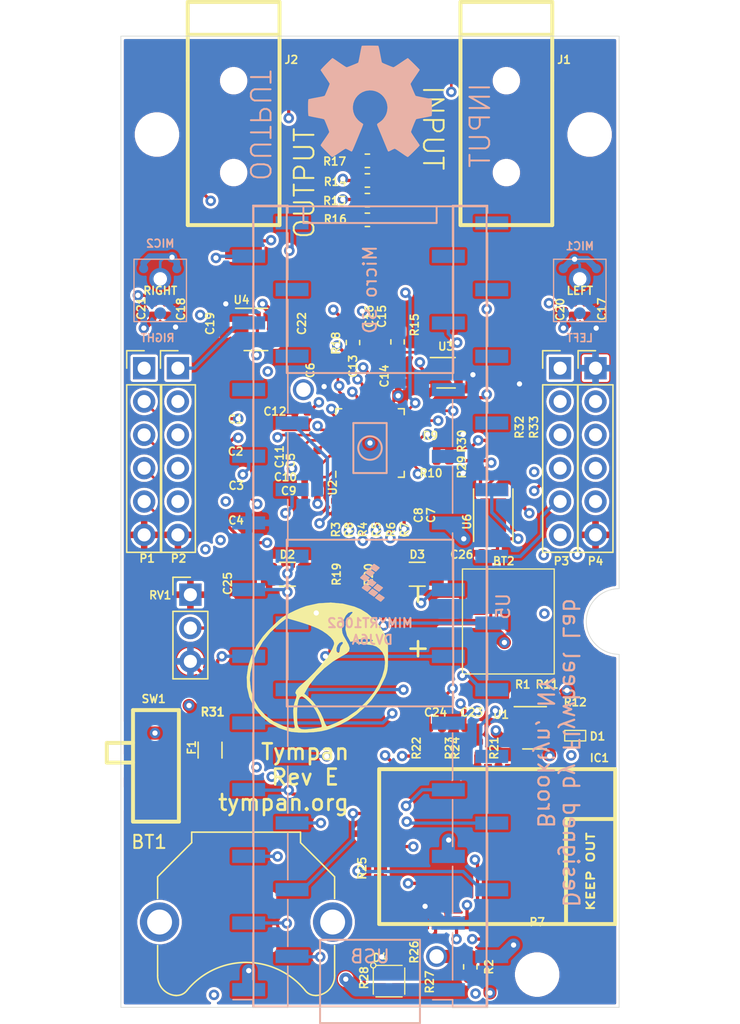
<source format=kicad_pcb>
(kicad_pcb (version 20171130) (host pcbnew "(5.1.4-0-10_14)")
  (layers (0 F.Cu mixed) (1 In1.Cu mixed) (2 In2.Cu mixed) (31 B.Cu mixed) (34 B.Paste user) (35 F.Paste user) (36 B.SilkS user) (37 F.SilkS user) (38 B.Mask user) (39 F.Mask user) (44 Edge.Cuts user))
  (net 0 "")
  (net 1 +BATT)
  (net 2 GND)
  (net 3 "Net-(D1-Pad1)")
  (net 4 /V_USB)
  (net 5 "Net-(D1-Pad4)")
  (net 6 +3V3)
  (net 7 "Net-(D4-Pad2)")
  (net 8 "Net-(D4-Pad3)")
  (net 9 "Net-(D4-Pad4)")
  (net 10 "Net-(IC1-Pad5)")
  (net 11 "Net-(IC1-Pad6)")
  (net 12 "Net-(IC1-Pad7)")
  (net 13 "Net-(IC1-Pad8)")
  (net 14 "Net-(IC1-Pad9)")
  (net 15 "Net-(IC1-Pad10)")
  (net 16 "Net-(IC1-Pad12)")
  (net 17 "Net-(IC1-Pad14)")
  (net 18 "Net-(IC1-Pad16)")
  (net 19 "Net-(IC1-Pad17)")
  (net 20 /LOR)
  (net 21 /LOL)
  (net 22 /BT_PIO0)
  (net 23 "Net-(IC1-Pad24)")
  (net 24 /BT_PIO5)
  (net 25 "Net-(IC1-Pad26)")
  (net 26 /VREGEN)
  (net 27 "Net-(IC1-Pad29)")
  (net 28 "Net-(IC1-Pad34)")
  (net 29 "Net-(IC1-Pad35)")
  (net 30 "Net-(IC1-Pad36)")
  (net 31 /LED_0)
  (net 32 /LED_1)
  (net 33 /LED_2)
  (net 34 /BT_CTS)
  (net 35 /BT_TX)
  (net 36 /BT_RX)
  (net 37 /BT_RTS)
  (net 38 /BT_nRESET)
  (net 39 "Net-(IC1-Pad45)")
  (net 40 "Net-(IC1-Pad46)")
  (net 41 "Net-(IC1-Pad47)")
  (net 42 "Net-(IC1-Pad48)")
  (net 43 "Net-(IC1-Pad49)")
  (net 44 "Net-(IC1-Pad50)")
  (net 45 "Net-(IC1-Pad51)")
  (net 46 "Net-(J1-Pad2)")
  (net 47 "Net-(J1-Pad3)")
  (net 48 /MICDET)
  (net 49 "Net-(C15-Pad2)")
  (net 50 "Net-(C16-Pad2)")
  (net 51 "Net-(MIC1-Pad5)")
  (net 52 "Net-(C20-Pad2)")
  (net 53 "Net-(C21-Pad2)")
  (net 54 "Net-(MIC2-Pad5)")
  (net 55 "Net-(SW1-Pad6)")
  (net 56 "Net-(SW1-Pad3)")
  (net 57 "Net-(F1-Pad1)")
  (net 58 /VIN)
  (net 59 /MCLK)
  (net 60 /BCLK)
  (net 61 /WCLK)
  (net 62 /SCL)
  (net 63 /SDA)
  (net 64 /POT)
  (net 65 /LED_A)
  (net 66 /LED_R)
  (net 67 /SCK)
  (net 68 /DOUT_1)
  (net 69 /DIN)
  (net 70 /DOUT)
  (net 71 /SS)
  (net 72 /MOSI)
  (net 73 "Net-(U5-Pad32)")
  (net 74 "Net-(U5-Pad31)")
  (net 75 "Net-(U5-Pad30)")
  (net 76 "Net-(U5-Pad29)")
  (net 77 "Net-(U5-Pad27)")
  (net 78 "Net-(U5-Pad26)")
  (net 79 /M_BIAS)
  (net 80 /DIN_1)
  (net 81 /nRESET_1)
  (net 82 /M_BIAS_1)
  (net 83 /MISO)
  (net 84 /SCL2)
  (net 85 "Net-(U5-Pad19)")
  (net 86 /nRESET)
  (net 87 /SDA2)
  (net 88 /V_BAT)
  (net 89 /IN1_R)
  (net 90 "Net-(C1-Pad2)")
  (net 91 "Net-(C2-Pad2)")
  (net 92 /IN1_L)
  (net 93 "Net-(C3-Pad2)")
  (net 94 "Net-(C4-Pad2)")
  (net 95 "Net-(C5-Pad1)")
  (net 96 "Net-(C5-Pad2)")
  (net 97 +1V8)
  (net 98 "Net-(C11-Pad1)")
  (net 99 "Net-(C14-Pad1)")
  (net 100 "Net-(C15-Pad1)")
  (net 101 "Net-(C16-Pad1)")
  (net 102 /IN2_L)
  (net 103 /IN2_R)
  (net 104 "Net-(C23-Pad2)")
  (net 105 "Net-(C24-Pad2)")
  (net 106 "Net-(D2-Pad2)")
  (net 107 "Net-(D3-Pad2)")
  (net 108 /PDM_DAT)
  (net 109 /PDM_CLK)
  (net 110 "Net-(P6-Pad1)")
  (net 111 "Net-(P7-Pad1)")
  (net 112 "Net-(P8-Pad1)")
  (net 113 "Net-(R1-Pad2)")
  (net 114 "Net-(R3-Pad2)")
  (net 115 "Net-(R4-Pad2)")
  (net 116 "Net-(R5-Pad2)")
  (net 117 "Net-(R6-Pad2)")
  (net 118 "Net-(R7-Pad2)")
  (net 119 "Net-(R8-Pad2)")
  (net 120 "Net-(R9-Pad2)")
  (net 121 "Net-(R10-Pad2)")
  (net 122 "Net-(R12-Pad1)")
  (net 123 /HPL)
  (net 124 /HPR)
  (net 125 /MICBIAS)
  (net 126 "Net-(R18-Pad2)")
  (net 127 "Net-(U2-Pad4)")
  (net 128 "Net-(U4-Pad4)")
  (net 129 "Net-(U5-Pad22)")
  (net 130 "Net-(U5-Pad20)")
  (net 131 "Net-(U5-Pad25)")
  (net 132 /ALARMB)
  (net 133 "Net-(U6-Pad6)")
  (net 134 "Net-(U6-Pad5)")
  (module Battery:BatteryHolder_Keystone_3001_1x12mm (layer F.Cu) (at 143.95 126.7)
    (fp_text reference BT1 (at -7.4 -6.1) (layer F.SilkS))
    (fp_text value Battery_Cell)
    (pad 1 thru_hole circle (at -6.6 0) (size 3 3) (drill 1.9) (layers *.Cu *.Mask) (net 88 /V_BAT))
    (pad 1 thru_hole circle (at 6.6 0) (size 3 3) (drill 1.9) (layers *.Cu *.Mask) (net 88 /V_BAT))
    (pad 2 smd rect (at 0 0) (size 4 4) (layers F.Cu F.Mask) (net 2 GND))
  )
  (module Solutions:oshwa-logo-gear (layer B.Cu) (at 153.4 64.2 180)
    (fp_text reference G*** hide)
    (fp_text value LOGO hide)
  )
  (module Solutions:Tympan_LOGO (layer F.Cu) (at 149.4 107.3)
    (fp_text reference G*** hide)
    (fp_text value LOGO hide)
  )
  (module Tympan:SPM0687LR5H-1 (layer B.Cu) (at 137.4 77.7)
    (fp_text reference MIC2 (at 0 -2.7) (layer B.SilkS) (effects (font (size 0.6 0.6) (thickness 0.125)) (justify mirror)))
    (fp_text value SPM0687LR5H-1)
    (pad 3 smd custom (at 0 -0.69) (size 0.3 0.3) (layers B.Cu B.Paste B.Mask) (net 2 GND) (options (clearance outline) (anchor circle)) (primitives (gr_circle (center 0 0.69) (end 0.67525 0.69) (width 0.325))))
    (pad 3 smd circle (at 1.265 -0.79) (size 0.7 0.7) (layers B.Cu B.Paste B.Mask) (net 2 GND))
    (pad 2 smd circle (at -1.265 -0.79) (size 0.7 0.7) (layers B.Cu B.Paste B.Mask) (net 2 GND))
    (pad "" np_thru_hole circle (at 0 0) (size 0.8 0.8) (drill 0.8) (layers *.Cu))
    (pad 4 smd circle (at 1.265 2.616) (size 0.9 0.9) (layers B.Cu B.Paste B.Mask) (net 6 +3V3))
    (pad 5 smd circle (at 0 2.616) (size 0.9 0.9) (layers B.Cu B.Paste B.Mask) (net 54 "Net-(MIC2-Pad5)"))
    (pad 1 smd circle (at -1.265 2.616) (size 0.9 0.9) (layers B.Cu B.Paste B.Mask) (net 53 "Net-(C21-Pad2)"))
  )
  (module Tympan:SPM0687LR5H-1 (layer B.Cu) (at 169.4 77.7)
    (fp_text reference MIC1 (at 0 -2.5) (layer B.SilkS) (effects (font (size 0.6 0.6) (thickness 0.125)) (justify mirror)))
    (fp_text value SPM0687LR5H-1)
    (pad 3 smd custom (at 0 -0.69) (size 0.3 0.3) (layers B.Cu B.Paste B.Mask) (net 2 GND) (options (clearance outline) (anchor circle)) (primitives (gr_circle (center 0 0.69) (end 0.67525 0.69) (width 0.325))))
    (pad 3 smd circle (at 1.265 -0.79) (size 0.7 0.7) (layers B.Cu B.Paste B.Mask) (net 2 GND))
    (pad 2 smd circle (at -1.265 -0.79) (size 0.7 0.7) (layers B.Cu B.Paste B.Mask) (net 2 GND))
    (pad "" np_thru_hole circle (at 0 0) (size 0.8 0.8) (drill 0.8) (layers *.Cu))
    (pad 4 smd circle (at 1.265 2.616) (size 0.9 0.9) (layers B.Cu B.Paste B.Mask) (net 6 +3V3))
    (pad 5 smd circle (at 0 2.616) (size 0.9 0.9) (layers B.Cu B.Paste B.Mask) (net 51 "Net-(MIC1-Pad5)"))
    (pad 1 smd circle (at -1.265 2.616) (size 0.9 0.9) (layers B.Cu B.Paste B.Mask) (net 52 "Net-(C20-Pad2)"))
  )
  (module Solutions:4UCON-0217-20519 (layer F.Cu) (at 160.45 103.8 90)
    (fp_text reference BT2 (at 4.6 3.15 180) (layer F.SilkS) (effects (font (size 0.6 0.6) (thickness 0.125))))
    (fp_text value 4UCON-20519)
    (fp_text user "+  -" (at 0 -3.5 90) (layer F.SilkS) (effects (font (size 1.5 1.5) (thickness 0.2))))
    (pad 1 smd rect (at -1 0 90) (size 1 3.5) (layers F.Cu F.Paste F.Mask) (net 1 +BATT))
    (pad 2 smd rect (at 1 0 90) (size 1 3.5) (layers F.Cu F.Paste F.Mask) (net 2 GND))
    (pad 3 smd rect (at -3.35 5.55 90) (size 1.5 3.4) (layers F.Cu F.Paste F.Mask) (net 2 GND))
    (pad 4 smd rect (at 3.35 5.55 90) (size 1.5 3.4) (layers F.Cu F.Paste F.Mask) (net 2 GND))
  )
  (module Tympan:ABHB1608S (layer F.Cu) (at 169.05 112.5)
    (fp_text reference D1 (at 1.7 0.05) (layer F.SilkS) (effects (font (size 0.6 0.6) (thickness 0.125))))
    (fp_text value APHB1608SGNC)
    (pad 1 smd rect (at -0.6 -0.35) (size 0.5 0.4) (layers F.Cu F.Paste F.Mask) (net 3 "Net-(D1-Pad1)"))
    (pad 2 smd rect (at 0.6 -0.35) (size 0.5 0.4) (layers F.Cu F.Paste F.Mask) (net 2 GND))
    (pad 3 smd rect (at -0.6 0.35) (size 0.5 0.4) (layers F.Cu F.Paste F.Mask) (net 4 /V_USB))
    (pad 4 smd rect (at 0.6 0.35) (size 0.5 0.4) (layers F.Cu F.Paste F.Mask) (net 5 "Net-(D1-Pad4)"))
  )
  (module Solutions:CLMVB-FKA-CFHEHLCBB7a363 (layer F.Cu) (at 154.85 131.2 90)
    (fp_text reference D4 (at 1.778 -0.6604 180) (layer F.SilkS) (effects (font (size 0.6 0.6) (thickness 0.125))))
    (fp_text value Led_RGB_CA)
    (pad 1 smd rect (at 0.55 -0.75 90) (size 0.8 1) (layers F.Cu F.Paste F.Mask) (net 6 +3V3))
    (pad 2 smd rect (at 0.55 0.75 90) (size 0.8 1) (layers F.Cu F.Paste F.Mask) (net 7 "Net-(D4-Pad2)"))
    (pad 3 smd rect (at -0.55 0.75 90) (size 0.8 1) (layers F.Cu F.Paste F.Mask) (net 8 "Net-(D4-Pad3)"))
    (pad 4 smd rect (at -0.55 -0.75 90) (size 0.8 1) (layers F.Cu F.Paste F.Mask) (net 9 "Net-(D4-Pad4)"))
  )
  (module Tympan:BC127 (layer F.Cu) (at 162.4 120.75 270)
    (fp_text reference IC1 (at -6.55 -8.5 180) (layer F.SilkS) (effects (font (size 0.6 0.6) (thickness 0.125))))
    (fp_text value BC127)
    (fp_text user "KEEP OUT" (at 2.1 -7.825 90) (layer F.SilkS) (effects (font (size 0.6 0.8))))
    (pad 1 smd rect (at -5.6 -8.8 270) (size 1 0.6) (layers F.Cu F.Paste F.Mask) (net 2 GND))
    (pad 2 smd rect (at -5.6 -8 270) (size 1 0.6) (layers F.Cu F.Paste F.Mask) (net 2 GND))
    (pad 3 smd rect (at -5.6 -7.2 270) (size 1 0.6) (layers F.Cu F.Paste F.Mask) (net 2 GND))
    (pad 4 smd rect (at -5.6 -6.4 270) (size 1 0.6) (layers F.Cu F.Paste F.Mask) (net 2 GND))
    (pad 5 smd rect (at -5.6 -5.6 270) (size 1 0.6) (layers F.Cu F.Paste F.Mask) (net 10 "Net-(IC1-Pad5)"))
    (pad 6 smd rect (at -5.6 -4.8 270) (size 1 0.6) (layers F.Cu F.Paste F.Mask) (net 11 "Net-(IC1-Pad6)"))
    (pad 7 smd rect (at -5.6 -4 270) (size 1 0.6) (layers F.Cu F.Paste F.Mask) (net 12 "Net-(IC1-Pad7)"))
    (pad 8 smd rect (at -5.6 -3.2 270) (size 1 0.6) (layers F.Cu F.Paste F.Mask) (net 13 "Net-(IC1-Pad8)"))
    (pad 9 smd rect (at -5.6 -2.4 270) (size 1 0.6) (layers F.Cu F.Paste F.Mask) (net 14 "Net-(IC1-Pad9)"))
    (pad 10 smd rect (at -5.6 -1.6 270) (size 1 0.6) (layers F.Cu F.Paste F.Mask) (net 15 "Net-(IC1-Pad10)"))
    (pad 11 smd rect (at -5.6 -0.8 270) (size 1 0.6) (layers F.Cu F.Paste F.Mask) (net 2 GND))
    (pad 12 smd rect (at -5.6 0 270) (size 1 0.6) (layers F.Cu F.Paste F.Mask) (net 16 "Net-(IC1-Pad12)"))
    (pad 13 smd rect (at -5.6 0.8 270) (size 1 0.6) (layers F.Cu F.Paste F.Mask) (net 2 GND))
    (pad 14 smd rect (at -5.6 1.6 270) (size 1 0.6) (layers F.Cu F.Paste F.Mask) (net 17 "Net-(IC1-Pad14)"))
    (pad 15 smd rect (at -5.6 2.4 270) (size 1 0.6) (layers F.Cu F.Paste F.Mask) (net 2 GND))
    (pad 16 smd rect (at -5.6 3.2 270) (size 1 0.6) (layers F.Cu F.Paste F.Mask) (net 18 "Net-(IC1-Pad16)"))
    (pad 17 smd rect (at -5.6 4 270) (size 1 0.6) (layers F.Cu F.Paste F.Mask) (net 19 "Net-(IC1-Pad17)"))
    (pad 18 smd rect (at -5.6 4.8 270) (size 1 0.6) (layers F.Cu F.Paste F.Mask) (net 2 GND))
    (pad 19 smd rect (at -5.6 5.6 270) (size 1 0.6) (layers F.Cu F.Paste F.Mask) (net 20 /LOR))
    (pad 20 smd rect (at -5.6 6.4 270) (size 1 0.6) (layers F.Cu F.Paste F.Mask) (net 2 GND))
    (pad 21 smd rect (at -5.6 7.2 270) (size 1 0.6) (layers F.Cu F.Paste F.Mask) (net 21 /LOL))
    (pad 22 smd rect (at -4.6 8.2 270) (size 0.6 1) (layers F.Cu F.Paste F.Mask) (net 2 GND))
    (pad 23 smd rect (at -3.8 8.2 270) (size 0.6 1) (layers F.Cu F.Paste F.Mask) (net 22 /BT_PIO0))
    (pad 24 smd rect (at -3 8.2 270) (size 0.6 1) (layers F.Cu F.Paste F.Mask) (net 23 "Net-(IC1-Pad24)"))
    (pad 25 smd rect (at -2.2 8.2 270) (size 0.6 1) (layers F.Cu F.Paste F.Mask) (net 24 /BT_PIO5))
    (pad 26 smd rect (at -1.4 8.2 270) (size 0.6 1) (layers F.Cu F.Paste F.Mask) (net 25 "Net-(IC1-Pad26)"))
    (pad 27 smd rect (at -0.6 8.2 270) (size 0.6 1) (layers F.Cu F.Paste F.Mask) (net 2 GND))
    (pad 28 smd rect (at 0.2 8.2 270) (size 0.6 1) (layers F.Cu F.Paste F.Mask) (net 26 /VREGEN))
    (pad 29 smd rect (at 1 8.2 270) (size 0.6 1) (layers F.Cu F.Paste F.Mask) (net 27 "Net-(IC1-Pad29)"))
    (pad 30 smd rect (at 1.8 8.2 270) (size 0.6 1) (layers F.Cu F.Paste F.Mask) (net 6 +3V3))
    (pad 31 smd rect (at 2.6 8.2 270) (size 0.6 1) (layers F.Cu F.Paste F.Mask) (net 6 +3V3))
    (pad 32 smd rect (at 3.4 8.2 270) (size 0.6 1) (layers F.Cu F.Paste F.Mask) (net 6 +3V3))
    (pad 33 smd rect (at 4.2 8.2 270) (size 0.6 1) (layers F.Cu F.Paste F.Mask) (net 6 +3V3))
    (pad 34 smd rect (at 5 8.2 270) (size 0.6 1) (layers F.Cu F.Paste F.Mask) (net 28 "Net-(IC1-Pad34)"))
    (pad 35 smd rect (at 6 7.2 270) (size 1 0.6) (layers F.Cu F.Paste F.Mask) (net 29 "Net-(IC1-Pad35)"))
    (pad 36 smd rect (at 6 6.4 270) (size 1 0.6) (layers F.Cu F.Paste F.Mask) (net 30 "Net-(IC1-Pad36)"))
    (pad 37 smd rect (at 6 5.6 270) (size 1 0.6) (layers F.Cu F.Paste F.Mask) (net 31 /LED_0))
    (pad 38 smd rect (at 6 4.8 270) (size 1 0.6) (layers F.Cu F.Paste F.Mask) (net 32 /LED_1))
    (pad 39 smd rect (at 6 4 270) (size 1 0.6) (layers F.Cu F.Paste F.Mask) (net 33 /LED_2))
    (pad 40 smd rect (at 6 3.2 270) (size 1 0.6) (layers F.Cu F.Paste F.Mask) (net 34 /BT_CTS))
    (pad 41 smd rect (at 6 2.4 270) (size 1 0.6) (layers F.Cu F.Paste F.Mask) (net 35 /BT_TX))
    (pad 42 smd rect (at 6 1.6 270) (size 1 0.6) (layers F.Cu F.Paste F.Mask) (net 36 /BT_RX))
    (pad 43 smd rect (at 6 0.8 270) (size 1 0.6) (layers F.Cu F.Paste F.Mask) (net 37 /BT_RTS))
    (pad 44 smd rect (at 6 0 270) (size 1 0.6) (layers F.Cu F.Paste F.Mask) (net 38 /BT_nRESET))
    (pad 45 smd rect (at 6 -0.8 270) (size 1 0.6) (layers F.Cu F.Paste F.Mask) (net 39 "Net-(IC1-Pad45)"))
    (pad 46 smd rect (at 6 -1.6 270) (size 1 0.6) (layers F.Cu F.Paste F.Mask) (net 40 "Net-(IC1-Pad46)"))
    (pad 47 smd rect (at 6 -2.4 270) (size 1 0.6) (layers F.Cu F.Paste F.Mask) (net 41 "Net-(IC1-Pad47)"))
    (pad 48 smd rect (at 6 -3.2 270) (size 1 0.6) (layers F.Cu F.Paste F.Mask) (net 42 "Net-(IC1-Pad48)"))
    (pad 49 smd rect (at 6 -4 270) (size 1 0.6) (layers F.Cu F.Paste F.Mask) (net 43 "Net-(IC1-Pad49)"))
    (pad 50 smd rect (at 6 -4.8 270) (size 1 0.6) (layers F.Cu F.Paste F.Mask) (net 44 "Net-(IC1-Pad50)"))
    (pad 51 smd rect (at 6 -5.6 270) (size 1 0.6) (layers F.Cu F.Paste F.Mask) (net 45 "Net-(IC1-Pad51)"))
  )
  (module Tympan:SJ-3523-SMT-TR (layer F.Cu) (at 163.8 62.6 270)
    (fp_text reference J1 (at -1.6 -4.4 180) (layer F.SilkS) (effects (font (size 0.6 0.6) (thickness 0.125))))
    (fp_text value SJ-3523-SMT-TR)
    (pad 2 smd rect (at 8.3 4.2 270) (size 2.8 2.8) (layers F.Cu F.Paste F.Mask) (net 46 "Net-(J1-Pad2)"))
    (pad 3 smd rect (at 0.9 -4.2 270) (size 2.2 2.8) (layers F.Cu F.Paste F.Mask) (net 47 "Net-(J1-Pad3)"))
    (pad "" np_thru_hole circle (at 7 0 270) (size 1.7 1.7) (drill 1.7) (layers *.Cu *.Mask))
    (pad "" np_thru_hole circle (at 0 0 270) (size 1.7 1.7) (drill 1.7) (layers *.Cu *.Mask))
    (pad 1 smd rect (at -1.1 4.2 270) (size 2.2 2.8) (layers F.Cu F.Paste F.Mask) (net 2 GND))
  )
  (module Tympan:SJ-3524-SMT-TR (layer F.Cu) (at 143 62.6 270)
    (fp_text reference J2 (at -1.6 -4.4 180) (layer F.SilkS) (effects (font (size 0.6 0.6) (thickness 0.125))))
    (fp_text value SJ-3524-SMT-TR-PI)
    (pad 4 smd rect (at 12.2 -0.75 270) (size 2.8 2.8) (layers F.Cu F.Paste F.Mask) (net 48 /MICDET))
    (pad 2 smd rect (at 8.3 4.2 270) (size 2.8 2.8) (layers F.Cu F.Paste F.Mask) (net 49 "Net-(C15-Pad2)"))
    (pad 3 smd rect (at 0.9 -4.2 270) (size 2.2 2.8) (layers F.Cu F.Paste F.Mask) (net 50 "Net-(C16-Pad2)"))
    (pad "" np_thru_hole circle (at 7 0 270) (size 1.7 1.7) (drill 1.7) (layers *.Cu *.Mask))
    (pad "" np_thru_hole circle (at 0 0 270) (size 1.7 1.7) (drill 1.7) (layers *.Cu *.Mask))
    (pad 1 smd rect (at -1.1 4.2 270) (size 2.2 2.8) (layers F.Cu F.Paste F.Mask) (net 2 GND))
  )
  (module Tympan:CL-SB-22A (layer F.Cu) (at 137.075 114.8 270)
    (fp_text reference SW1 (at -5.1 0.175) (layer F.SilkS) (effects (font (size 0.6 0.6) (thickness 0.125))))
    (fp_text value CL-SB-22A)
    (pad 5 smd rect (at 0 -1.6 270) (size 1.2 1.6) (layers F.Cu F.Paste F.Mask) (net 57 "Net-(F1-Pad1)"))
    (pad 2 smd rect (at 0 1.6 270) (size 1.2 1.6) (layers F.Cu F.Paste F.Mask) (net 57 "Net-(F1-Pad1)"))
    (pad 6 smd rect (at 2.5 -1.6 270) (size 1.2 1.6) (layers F.Cu F.Paste F.Mask) (net 55 "Net-(SW1-Pad6)"))
    (pad 3 smd rect (at 2.5 1.6 270) (size 1.2 1.6) (layers F.Cu F.Paste F.Mask) (net 56 "Net-(SW1-Pad3)"))
    (pad 1 smd rect (at -2.5 1.6 270) (size 1.2 1.6) (layers F.Cu F.Paste F.Mask) (net 58 /VIN))
    (pad 4 smd rect (at -2.5 -1.6 270) (size 1.2 1.6) (layers F.Cu F.Paste F.Mask) (net 58 /VIN))
  )
  (module Capacitor_SMD:C_0402_1005Metric (layer F.Cu) (at 141.55 88.35 180)
    (fp_text reference C1 (at -1.6 -0.05) (layer F.SilkS) (effects (font (size 0.6 0.6) (thickness 0.125))))
    (fp_text value 2.2uF)
    (pad 1 smd roundrect (at -0.485 0 180) (size 0.59 0.64) (layers F.Cu F.Paste F.Mask) (net 89 /IN1_R))
    (pad 2 smd roundrect (at 0.485 0 180) (size 0.59 0.64) (layers F.Cu F.Paste F.Mask) (net 90 "Net-(C1-Pad2)"))
  )
  (module Capacitor_SMD:C_0402_1005Metric (layer F.Cu) (at 141.55 90.8 180)
    (fp_text reference C2 (at -1.6 -0.05) (layer F.SilkS) (effects (font (size 0.6 0.6) (thickness 0.125))))
    (fp_text value 2.2uF)
    (pad 2 smd roundrect (at 0.485 0 180) (size 0.59 0.64) (layers F.Cu F.Paste F.Mask) (net 91 "Net-(C2-Pad2)"))
    (pad 1 smd roundrect (at -0.485 0 180) (size 0.59 0.64) (layers F.Cu F.Paste F.Mask) (net 92 /IN1_L))
  )
  (module Capacitor_SMD:C_0402_1005Metric (layer F.Cu) (at 141.55 93.4 180)
    (fp_text reference C3 (at -1.65 -0.05) (layer F.SilkS) (effects (font (size 0.6 0.6) (thickness 0.125))))
    (fp_text value 2.2uF)
    (pad 1 smd roundrect (at -0.485 0 180) (size 0.59 0.64) (layers F.Cu F.Paste F.Mask) (net 21 /LOL))
    (pad 2 smd roundrect (at 0.485 0 180) (size 0.59 0.64) (layers F.Cu F.Paste F.Mask) (net 93 "Net-(C3-Pad2)"))
  )
  (module Capacitor_SMD:C_0402_1005Metric (layer F.Cu) (at 141.55 96 180)
    (fp_text reference C4 (at -1.635 -0.1) (layer F.SilkS) (effects (font (size 0.6 0.6) (thickness 0.125))))
    (fp_text value 2.2uF)
    (pad 2 smd roundrect (at 0.485 0 180) (size 0.59 0.64) (layers F.Cu F.Paste F.Mask) (net 94 "Net-(C4-Pad2)"))
    (pad 1 smd roundrect (at -0.485 0 180) (size 0.59 0.64) (layers F.Cu F.Paste F.Mask) (net 20 /LOR))
  )
  (module Capacitor_SMD:C_0402_1005Metric (layer F.Cu) (at 149.4 91.25 270)
    (fp_text reference C5 (at 0.3 2.05 90) (layer F.SilkS) (effects (font (size 0.6 0.6) (thickness 0.125))))
    (fp_text value 2.2uF)
    (pad 1 smd roundrect (at -0.485 0 270) (size 0.59 0.64) (layers F.Cu F.Paste F.Mask) (net 95 "Net-(C5-Pad1)"))
    (pad 2 smd roundrect (at 0.485 0 270) (size 0.59 0.64) (layers F.Cu F.Paste F.Mask) (net 96 "Net-(C5-Pad2)"))
  )
  (module Capacitor_SMD:C_0402_1005Metric (layer F.Cu) (at 149.9 84.4 270)
    (fp_text reference C6 (at 0.265 1.05 90) (layer F.SilkS) (effects (font (size 0.6 0.6) (thickness 0.125))))
    (fp_text value 0.1uF)
    (pad 2 smd roundrect (at 0.485 0 270) (size 0.59 0.64) (layers F.Cu F.Paste F.Mask) (net 6 +3V3))
    (pad 1 smd roundrect (at -0.485 0 270) (size 0.59 0.64) (layers F.Cu F.Paste F.Mask) (net 2 GND))
  )
  (module Capacitor_SMD:C_0402_1005Metric (layer F.Cu) (at 158.1 94.15 90)
    (fp_text reference C7 (at -1.55 -0.05 90) (layer F.SilkS) (effects (font (size 0.6 0.6) (thickness 0.125))))
    (fp_text value 10uF)
    (pad 2 smd roundrect (at 0.485 0 90) (size 0.59 0.64) (layers F.Cu F.Paste F.Mask) (net 6 +3V3))
    (pad 1 smd roundrect (at -0.485 0 90) (size 0.59 0.64) (layers F.Cu F.Paste F.Mask) (net 2 GND))
  )
  (module Capacitor_SMD:C_0402_1005Metric (layer F.Cu) (at 157.1 94.15 90)
    (fp_text reference C8 (at -1.55 0 90) (layer F.SilkS) (effects (font (size 0.6 0.6) (thickness 0.125))))
    (fp_text value 0.1uF)
    (pad 1 smd roundrect (at -0.485 0 90) (size 0.59 0.64) (layers F.Cu F.Paste F.Mask) (net 2 GND))
    (pad 2 smd roundrect (at 0.485 0 90) (size 0.59 0.64) (layers F.Cu F.Paste F.Mask) (net 6 +3V3))
  )
  (module Capacitor_SMD:C_0402_1005Metric (layer F.Cu) (at 148.9 93.85 180)
    (fp_text reference C9 (at 1.7 0) (layer F.SilkS) (effects (font (size 0.6 0.6) (thickness 0.125))))
    (fp_text value 10uF)
    (pad 1 smd roundrect (at -0.485 0 180) (size 0.59 0.64) (layers F.Cu F.Paste F.Mask) (net 97 +1V8))
    (pad 2 smd roundrect (at 0.485 0 180) (size 0.59 0.64) (layers F.Cu F.Paste F.Mask) (net 2 GND))
  )
  (module Capacitor_SMD:C_0402_1005Metric (layer F.Cu) (at 148.9 92.8 180)
    (fp_text reference C10 (at 1.95 0) (layer F.SilkS) (effects (font (size 0.6 0.6) (thickness 0.125))))
    (fp_text value 0.1uF)
    (pad 2 smd roundrect (at 0.485 0 180) (size 0.59 0.64) (layers F.Cu F.Paste F.Mask) (net 2 GND))
    (pad 1 smd roundrect (at -0.485 0 180) (size 0.59 0.64) (layers F.Cu F.Paste F.Mask) (net 97 +1V8))
  )
  (module Capacitor_SMD:C_0402_1005Metric (layer F.Cu) (at 148.4 91.25 270)
    (fp_text reference C11 (at 0 1.9 90) (layer F.SilkS) (effects (font (size 0.6 0.6) (thickness 0.125))))
    (fp_text value 2.2uF)
    (pad 2 smd roundrect (at 0.485 0 270) (size 0.59 0.64) (layers F.Cu F.Paste F.Mask) (net 2 GND))
    (pad 1 smd roundrect (at -0.485 0 270) (size 0.59 0.64) (layers F.Cu F.Paste F.Mask) (net 98 "Net-(C11-Pad1)"))
  )
  (module Capacitor_SMD:C_0402_1005Metric (layer F.Cu) (at 148.15 87.8 180)
    (fp_text reference C12 (at 2 0) (layer F.SilkS) (effects (font (size 0.6 0.6) (thickness 0.125))))
    (fp_text value 1uF)
    (pad 1 smd roundrect (at -0.485 0 180) (size 0.59 0.64) (layers F.Cu F.Paste F.Mask) (net 97 +1V8))
    (pad 2 smd roundrect (at 0.485 0 180) (size 0.59 0.64) (layers F.Cu F.Paste F.Mask) (net 2 GND))
  )
  (module Capacitor_SMD:C_0402_1005Metric (layer F.Cu) (at 150.95 84.4 90)
    (fp_text reference C13 (at 0.05 1.15 90) (layer F.SilkS) (effects (font (size 0.6 0.6) (thickness 0.125))))
    (fp_text value 0.1uF)
    (pad 2 smd roundrect (at 0.485 0 90) (size 0.59 0.64) (layers F.Cu F.Paste F.Mask) (net 2 GND))
    (pad 1 smd roundrect (at -0.485 0 90) (size 0.59 0.64) (layers F.Cu F.Paste F.Mask) (net 97 +1V8))
  )
  (module Capacitor_SMD:C_0402_1005Metric (layer F.Cu) (at 155.55 85.1 270)
    (fp_text reference C14 (at 0 1.05 90) (layer F.SilkS) (effects (font (size 0.6 0.6) (thickness 0.125))))
    (fp_text value 10uF)
    (pad 1 smd roundrect (at -0.485 0 270) (size 0.59 0.64) (layers F.Cu F.Paste F.Mask) (net 99 "Net-(C14-Pad1)"))
    (pad 2 smd roundrect (at 0.485 0 270) (size 0.59 0.64) (layers F.Cu F.Paste F.Mask) (net 2 GND))
  )
  (module Capacitor_SMD:C_0402_1005Metric (layer F.Cu) (at 154.3 82.45 90)
    (fp_text reference C15 (at 1.9 0 270) (layer F.SilkS) (effects (font (size 0.6 0.6) (thickness 0.125))))
    (fp_text value 2.2uF)
    (pad 2 smd roundrect (at 0.485 0 90) (size 0.59 0.64) (layers F.Cu F.Paste F.Mask) (net 49 "Net-(C15-Pad2)"))
    (pad 1 smd roundrect (at -0.485 0 90) (size 0.59 0.64) (layers F.Cu F.Paste F.Mask) (net 100 "Net-(C15-Pad1)"))
  )
  (module Capacitor_SMD:C_0402_1005Metric (layer F.Cu) (at 153.3 82.45 90)
    (fp_text reference C16 (at 1.9 0.05 90) (layer F.SilkS) (effects (font (size 0.6 0.6) (thickness 0.125))))
    (fp_text value 2.2uF)
    (pad 1 smd roundrect (at -0.485 0 90) (size 0.59 0.64) (layers F.Cu F.Paste F.Mask) (net 101 "Net-(C16-Pad1)"))
    (pad 2 smd roundrect (at 0.485 0 90) (size 0.59 0.64) (layers F.Cu F.Paste F.Mask) (net 50 "Net-(C16-Pad2)"))
  )
  (module Capacitor_SMD:C_0402_1005Metric (layer F.Cu) (at 169.925 80 270)
    (fp_text reference C17 (at 0 -1.17 90) (layer F.SilkS) (effects (font (size 0.6 0.6) (thickness 0.125))))
    (fp_text value 0.1uF)
    (pad 1 smd roundrect (at -0.485 0 270) (size 0.59 0.64) (layers F.Cu F.Paste F.Mask) (net 2 GND))
    (pad 2 smd roundrect (at 0.485 0 270) (size 0.59 0.64) (layers F.Cu F.Paste F.Mask) (net 6 +3V3))
  )
  (module Capacitor_SMD:C_0402_1005Metric (layer F.Cu) (at 137.925 80 270)
    (fp_text reference C18 (at 0 -1.05 90) (layer F.SilkS) (effects (font (size 0.6 0.6) (thickness 0.125))))
    (fp_text value 0.1uF)
    (pad 1 smd roundrect (at -0.485 0 270) (size 0.59 0.64) (layers F.Cu F.Paste F.Mask) (net 2 GND))
    (pad 2 smd roundrect (at 0.485 0 270) (size 0.59 0.64) (layers F.Cu F.Paste F.Mask) (net 6 +3V3))
  )
  (module Capacitor_SMD:C_0402_1005Metric (layer F.Cu) (at 142.2 81.1 270)
    (fp_text reference C19 (at 0 1 270) (layer F.SilkS) (effects (font (size 0.6 0.6) (thickness 0.125))))
    (fp_text value 1uF)
    (pad 1 smd roundrect (at -0.485 0 270) (size 0.59 0.64) (layers F.Cu F.Paste F.Mask) (net 6 +3V3))
    (pad 2 smd roundrect (at 0.485 0 270) (size 0.59 0.64) (layers F.Cu F.Paste F.Mask) (net 2 GND))
  )
  (module Capacitor_SMD:C_0402_1005Metric (layer F.Cu) (at 168.875 80 270)
    (fp_text reference C20 (at 0.025 0.975 90) (layer F.SilkS) (effects (font (size 0.6 0.6) (thickness 0.125))))
    (fp_text value 1uF)
    (pad 1 smd roundrect (at -0.485 0 270) (size 0.59 0.64) (layers F.Cu F.Paste F.Mask) (net 102 /IN2_L))
    (pad 2 smd roundrect (at 0.485 0 270) (size 0.59 0.64) (layers F.Cu F.Paste F.Mask) (net 52 "Net-(C20-Pad2)"))
  )
  (module Capacitor_SMD:C_0402_1005Metric (layer F.Cu) (at 136.85 80 270)
    (fp_text reference C21 (at -0.05 0.9 90) (layer F.SilkS) (effects (font (size 0.6 0.6) (thickness 0.125))))
    (fp_text value 1uF)
    (pad 2 smd roundrect (at 0.485 0 270) (size 0.59 0.64) (layers F.Cu F.Paste F.Mask) (net 53 "Net-(C21-Pad2)"))
    (pad 1 smd roundrect (at -0.485 0 270) (size 0.59 0.64) (layers F.Cu F.Paste F.Mask) (net 103 /IN2_R))
  )
  (module Capacitor_SMD:C_0402_1005Metric (layer F.Cu) (at 147.15 81.1 270)
    (fp_text reference C22 (at 0 -1.05 270) (layer F.SilkS) (effects (font (size 0.6 0.6) (thickness 0.125))))
    (fp_text value 1uF)
    (pad 2 smd roundrect (at 0.485 0 270) (size 0.59 0.64) (layers F.Cu F.Paste F.Mask) (net 2 GND))
    (pad 1 smd roundrect (at -0.485 0 270) (size 0.59 0.64) (layers F.Cu F.Paste F.Mask) (net 97 +1V8))
  )
  (module Capacitor_SMD:C_0402_1005Metric (layer F.Cu) (at 161.15 111.9)
    (fp_text reference C23 (at 0 -1.17) (layer F.SilkS) (effects (font (size 0.6 0.6) (thickness 0.125))))
    (fp_text value 2.2uF)
    (pad 2 smd roundrect (at 0.485 0) (size 0.59 0.64) (layers F.Cu F.Paste F.Mask) (net 104 "Net-(C23-Pad2)"))
    (pad 1 smd roundrect (at -0.485 0) (size 0.59 0.64) (layers F.Cu F.Paste F.Mask) (net 92 /IN1_L))
  )
  (module Capacitor_SMD:C_0402_1005Metric (layer F.Cu) (at 158.4 111.9)
    (fp_text reference C24 (at 0 -1.17) (layer F.SilkS) (effects (font (size 0.6 0.6) (thickness 0.125))))
    (fp_text value 2.2uF)
    (pad 1 smd roundrect (at -0.485 0) (size 0.59 0.64) (layers F.Cu F.Paste F.Mask) (net 89 /IN1_R))
    (pad 2 smd roundrect (at 0.485 0) (size 0.59 0.64) (layers F.Cu F.Paste F.Mask) (net 105 "Net-(C24-Pad2)"))
  )
  (module Capacitor_SMD:C_0402_1005Metric (layer F.Cu) (at 142.5 102.95 90)
    (fp_text reference C25 (at 2.05 0.05 90) (layer F.SilkS) (effects (font (size 0.6 0.6) (thickness 0.125))))
    (fp_text value 0.1uF)
    (pad 2 smd roundrect (at 0.485 0 90) (size 0.59 0.64) (layers F.Cu F.Paste F.Mask) (net 2 GND))
    (pad 1 smd roundrect (at -0.485 0 90) (size 0.59 0.64) (layers F.Cu F.Paste F.Mask) (net 64 /POT))
  )
  (module Capacitor_SMD:C_1206_3216Metric (layer F.Cu) (at 147.1 100.2)
    (fp_text reference D2 (at 0 -1.5) (layer F.SilkS) (effects (font (size 0.6 0.6) (thickness 0.125))))
    (fp_text value LED)
    (pad 2 smd roundrect (at 1.4 0) (size 1.25 1.75) (layers F.Cu F.Paste F.Mask) (roundrect_rratio 0.2) (net 106 "Net-(D2-Pad2)"))
    (pad 1 smd roundrect (at -1.4 0) (size 1.25 1.75) (layers F.Cu F.Paste F.Mask) (roundrect_rratio 0.2) (net 2 GND))
  )
  (module Capacitor_SMD:C_1206_3216Metric (layer F.Cu) (at 157.000001 100.2 180)
    (fp_text reference D3 (at 0 1.5) (layer F.SilkS) (effects (font (size 0.6 0.6) (thickness 0.125))))
    (fp_text value LED)
    (pad 1 smd roundrect (at -1.4 0 180) (size 1.25 1.75) (layers F.Cu F.Paste F.Mask) (roundrect_rratio 0.2) (net 2 GND))
    (pad 2 smd roundrect (at 1.4 0 180) (size 1.25 1.75) (layers F.Cu F.Paste F.Mask) (roundrect_rratio 0.2) (net 107 "Net-(D3-Pad2)"))
  )
  (module Capacitor_SMD:C_1206_3216Metric (layer F.Cu) (at 141.2 113.6 90)
    (fp_text reference F1 (at 0.2 -1.4 270) (layer F.SilkS) (effects (font (size 0.6 0.6) (thickness 0.125))))
    (fp_text value FUSE)
    (pad 1 smd roundrect (at -1.4 0 90) (size 1.25 1.75) (layers F.Cu F.Paste F.Mask) (roundrect_rratio 0.2) (net 57 "Net-(F1-Pad1)"))
    (pad 2 smd roundrect (at 1.4 0 90) (size 1.25 1.75) (layers F.Cu F.Paste F.Mask) (roundrect_rratio 0.2) (net 1 +BATT))
  )
  (module Connector_PinHeader_2.54mm:PinHeader_1x06_P2.54mm_Vertical (layer F.Cu) (at 136.175 84.5)
    (fp_text reference P1 (at 0.225 14.5) (layer F.SilkS) (effects (font (size 0.6 0.6) (thickness 0.125))))
    (fp_text value CONN_01X06)
    (pad 6 thru_hole oval (at 0 12.7) (size 1.7 1.7) (drill 1) (layers *.Cu *.Mask) (net 2 GND))
    (pad 5 thru_hole oval (at 0 10.16) (size 1.7 1.7) (drill 1) (layers *.Cu *.Mask) (net 94 "Net-(C4-Pad2)"))
    (pad 4 thru_hole oval (at 0 7.62) (size 1.7 1.7) (drill 1) (layers *.Cu *.Mask) (net 93 "Net-(C3-Pad2)"))
    (pad 3 thru_hole oval (at 0 5.08) (size 1.7 1.7) (drill 1) (layers *.Cu *.Mask) (net 91 "Net-(C2-Pad2)"))
    (pad 2 thru_hole oval (at 0 2.54) (size 1.7 1.7) (drill 1) (layers *.Cu *.Mask) (net 90 "Net-(C1-Pad2)"))
    (pad 1 thru_hole rect (at 0 0) (size 1.7 1.7) (drill 1) (layers *.Cu *.Mask) (net 97 +1V8))
  )
  (module Connector_PinHeader_2.54mm:PinHeader_1x06_P2.54mm_Vertical (layer F.Cu) (at 138.75 84.5)
    (fp_text reference P2 (at 0.05 14.5) (layer F.SilkS) (effects (font (size 0.6 0.6) (thickness 0.125))))
    (fp_text value CONN_01X06)
    (pad 1 thru_hole rect (at 0 0) (size 1.7 1.7) (drill 1) (layers *.Cu *.Mask) (net 82 /M_BIAS_1))
    (pad 2 thru_hole oval (at 0 2.54) (size 1.7 1.7) (drill 1) (layers *.Cu *.Mask) (net 59 /MCLK))
    (pad 3 thru_hole oval (at 0 5.08) (size 1.7 1.7) (drill 1) (layers *.Cu *.Mask) (net 60 /BCLK))
    (pad 4 thru_hole oval (at 0 7.62) (size 1.7 1.7) (drill 1) (layers *.Cu *.Mask) (net 61 /WCLK))
    (pad 5 thru_hole oval (at 0 10.16) (size 1.7 1.7) (drill 1) (layers *.Cu *.Mask) (net 81 /nRESET_1))
    (pad 6 thru_hole oval (at 0 12.7) (size 1.7 1.7) (drill 1) (layers *.Cu *.Mask) (net 2 GND))
  )
  (module Connector_PinHeader_2.54mm:PinHeader_1x06_P2.54mm_Vertical (layer F.Cu) (at 167.9 84.5)
    (fp_text reference P3 (at 0.1 14.7) (layer F.SilkS) (effects (font (size 0.6 0.6) (thickness 0.125))))
    (fp_text value CONN_01X06)
    (pad 1 thru_hole rect (at 0 0) (size 1.7 1.7) (drill 1) (layers *.Cu *.Mask) (net 108 /PDM_DAT))
    (pad 2 thru_hole oval (at 0 2.54) (size 1.7 1.7) (drill 1) (layers *.Cu *.Mask) (net 109 /PDM_CLK))
    (pad 3 thru_hole oval (at 0 5.08) (size 1.7 1.7) (drill 1) (layers *.Cu *.Mask) (net 83 /MISO))
    (pad 4 thru_hole oval (at 0 7.62) (size 1.7 1.7) (drill 1) (layers *.Cu *.Mask) (net 72 /MOSI))
    (pad 5 thru_hole oval (at 0 10.16) (size 1.7 1.7) (drill 1) (layers *.Cu *.Mask) (net 67 /SCK))
    (pad 6 thru_hole oval (at 0 12.7) (size 1.7 1.7) (drill 1) (layers *.Cu *.Mask) (net 71 /SS))
  )
  (module Connector_PinHeader_2.54mm:PinHeader_1x06_P2.54mm_Vertical (layer F.Cu) (at 170.6 84.5)
    (fp_text reference P4 (at 0 14.7) (layer F.SilkS) (effects (font (size 0.6 0.6) (thickness 0.125))))
    (fp_text value CONN_01X06)
    (pad 6 thru_hole oval (at 0 12.7) (size 1.7 1.7) (drill 1) (layers *.Cu *.Mask) (net 2 GND))
    (pad 5 thru_hole oval (at 0 10.16) (size 1.7 1.7) (drill 1) (layers *.Cu *.Mask) (net 84 /SCL2))
    (pad 4 thru_hole oval (at 0 7.62) (size 1.7 1.7) (drill 1) (layers *.Cu *.Mask) (net 87 /SDA2))
    (pad 3 thru_hole oval (at 0 5.08) (size 1.7 1.7) (drill 1) (layers *.Cu *.Mask) (net 80 /DIN_1))
    (pad 2 thru_hole oval (at 0 2.54) (size 1.7 1.7) (drill 1) (layers *.Cu *.Mask) (net 68 /DOUT_1))
    (pad 1 thru_hole rect (at 0 0) (size 1.7 1.7) (drill 1) (layers *.Cu *.Mask) (net 6 +3V3))
  )
  (module MountingHole:MountingHole_3mm (layer F.Cu) (at 170.15 66.7)
    (fp_text reference P6 hide)
    (fp_text value CONN_01X01)
    (pad 1 np_thru_hole circle (at 0 0) (size 3 3) (drill 3) (layers *.Cu *.Mask) (net 110 "Net-(P6-Pad1)"))
  )
  (module MountingHole:MountingHole_3mm (layer F.Cu) (at 166.15 130.7)
    (fp_text reference P7 (at 0 -4) (layer F.SilkS) (effects (font (size 0.6 0.6) (thickness 0.125))))
    (fp_text value CONN_01X01)
    (pad 1 np_thru_hole circle (at 0 0) (size 3 3) (drill 3) (layers *.Cu *.Mask) (net 111 "Net-(P7-Pad1)"))
  )
  (module MountingHole:MountingHole_3mm (layer F.Cu) (at 137.15 66.7)
    (fp_text reference P8 hide)
    (fp_text value CONN_01X01)
    (pad 1 np_thru_hole circle (at 0 0) (size 3 3) (drill 3) (layers *.Cu *.Mask) (net 112 "Net-(P8-Pad1)"))
  )
  (module Resistor_SMD:R_0402_1005Metric (layer F.Cu) (at 165 109.55 180)
    (fp_text reference R1 (at -0.05 0.95) (layer F.SilkS) (effects (font (size 0.6 0.6) (thickness 0.125))))
    (fp_text value 1K)
    (pad 1 smd roundrect (at -0.485 0 180) (size 0.59 0.64) (layers F.Cu F.Paste F.Mask) (net 3 "Net-(D1-Pad1)"))
    (pad 2 smd roundrect (at 0.485 0 180) (size 0.59 0.64) (layers F.Cu F.Paste F.Mask) (net 113 "Net-(R1-Pad2)"))
  )
  (module Resistor_SMD:R_0603_1608Metric (layer F.Cu) (at 161.05 130.1125 270)
    (fp_text reference R2 (at 0 -1.43 270) (layer F.SilkS) (effects (font (size 0.6 0.6) (thickness 0.125))))
    (fp_text value DNP)
    (pad 1 smd roundrect (at -0.7875 0 270) (size 0.875 0.95) (layers F.Cu F.Paste F.Mask) (net 4 /V_USB))
    (pad 2 smd roundrect (at 0.7875 0 270) (size 0.875 0.95) (layers F.Cu F.Paste F.Mask) (net 4 /V_USB))
  )
  (module Resistor_SMD:R_0402_1005Metric (layer F.Cu) (at 150.75 95.1 90)
    (fp_text reference R3 (at -1.7 0.05 90) (layer F.SilkS) (effects (font (size 0.6 0.6) (thickness 0.125))))
    (fp_text value 33R)
    (pad 2 smd roundrect (at 0.485 0 90) (size 0.59 0.64) (layers F.Cu F.Paste F.Mask) (net 114 "Net-(R3-Pad2)"))
    (pad 1 smd roundrect (at -0.485 0 90) (size 0.59 0.64) (layers F.Cu F.Paste F.Mask) (net 86 /nRESET))
  )
  (module Resistor_SMD:R_0402_1005Metric (layer F.Cu) (at 152.85 95.1 90)
    (fp_text reference R4 (at -1.7 0 90) (layer F.SilkS) (effects (font (size 0.6 0.6) (thickness 0.125))))
    (fp_text value 33R)
    (pad 1 smd roundrect (at -0.485 0 90) (size 0.59 0.64) (layers F.Cu F.Paste F.Mask) (net 60 /BCLK))
    (pad 2 smd roundrect (at 0.485 0 90) (size 0.59 0.64) (layers F.Cu F.Paste F.Mask) (net 115 "Net-(R4-Pad2)"))
  )
  (module Resistor_SMD:R_0402_1005Metric (layer F.Cu) (at 153.9 95.1 90)
    (fp_text reference R5 (at -1.7 0 90) (layer F.SilkS) (effects (font (size 0.6 0.6) (thickness 0.125))))
    (fp_text value 33R)
    (pad 1 smd roundrect (at -0.485 0 90) (size 0.59 0.64) (layers F.Cu F.Paste F.Mask) (net 61 /WCLK))
    (pad 2 smd roundrect (at 0.485 0 90) (size 0.59 0.64) (layers F.Cu F.Paste F.Mask) (net 116 "Net-(R5-Pad2)"))
  )
  (module Resistor_SMD:R_0402_1005Metric (layer F.Cu) (at 154.95 95.1 90)
    (fp_text reference R6 (at -1.7 0.05 90) (layer F.SilkS) (effects (font (size 0.6 0.6) (thickness 0.125))))
    (fp_text value 33R)
    (pad 2 smd roundrect (at 0.485 0 90) (size 0.59 0.64) (layers F.Cu F.Paste F.Mask) (net 117 "Net-(R6-Pad2)"))
    (pad 1 smd roundrect (at -0.485 0 90) (size 0.59 0.64) (layers F.Cu F.Paste F.Mask) (net 69 /DIN))
  )
  (module Resistor_SMD:R_0402_1005Metric (layer F.Cu) (at 156 95.1 90)
    (fp_text reference R7 (at -1.7 0.05 90) (layer F.SilkS) (effects (font (size 0.6 0.6) (thickness 0.125))))
    (fp_text value 33R)
    (pad 2 smd roundrect (at 0.485 0 90) (size 0.59 0.64) (layers F.Cu F.Paste F.Mask) (net 118 "Net-(R7-Pad2)"))
    (pad 1 smd roundrect (at -0.485 0 90) (size 0.59 0.64) (layers F.Cu F.Paste F.Mask) (net 70 /DOUT))
  )
  (module Resistor_SMD:R_0402_1005Metric (layer F.Cu) (at 151.8 95.1 90)
    (fp_text reference R8 (at -1.7 0 90) (layer F.SilkS) (effects (font (size 0.6 0.6) (thickness 0.125))))
    (fp_text value 33R)
    (pad 1 smd roundrect (at -0.485 0 90) (size 0.59 0.64) (layers F.Cu F.Paste F.Mask) (net 59 /MCLK))
    (pad 2 smd roundrect (at 0.485 0 90) (size 0.59 0.64) (layers F.Cu F.Paste F.Mask) (net 119 "Net-(R8-Pad2)"))
  )
  (module Resistor_SMD:R_0402_1005Metric (layer F.Cu) (at 158 90.55 180)
    (fp_text reference R9 (at 0 0.9) (layer F.SilkS) (effects (font (size 0.6 0.6) (thickness 0.125))))
    (fp_text value 33R)
    (pad 2 smd roundrect (at 0.485 0 180) (size 0.59 0.64) (layers F.Cu F.Paste F.Mask) (net 120 "Net-(R9-Pad2)"))
    (pad 1 smd roundrect (at -0.485 0 180) (size 0.59 0.64) (layers F.Cu F.Paste F.Mask) (net 63 /SDA))
  )
  (module Resistor_SMD:R_0402_1005Metric (layer F.Cu) (at 158 91.55 180)
    (fp_text reference R10 (at -0.05 -0.95) (layer F.SilkS) (effects (font (size 0.6 0.6) (thickness 0.125))))
    (fp_text value 33R)
    (pad 1 smd roundrect (at -0.485 0 180) (size 0.59 0.64) (layers F.Cu F.Paste F.Mask) (net 62 /SCL))
    (pad 2 smd roundrect (at 0.485 0 180) (size 0.59 0.64) (layers F.Cu F.Paste F.Mask) (net 121 "Net-(R10-Pad2)"))
  )
  (module Resistor_SMD:R_0402_1005Metric (layer F.Cu) (at 166.95 109.55 180)
    (fp_text reference R11 (at 0.05 0.95) (layer F.SilkS) (effects (font (size 0.6 0.6) (thickness 0.125))))
    (fp_text value 1K)
    (pad 2 smd roundrect (at 0.485 0 180) (size 0.59 0.64) (layers F.Cu F.Paste F.Mask) (net 113 "Net-(R1-Pad2)"))
    (pad 1 smd roundrect (at -0.485 0 180) (size 0.59 0.64) (layers F.Cu F.Paste F.Mask) (net 5 "Net-(D1-Pad4)"))
  )
  (module Resistor_SMD:R_0402_1005Metric (layer F.Cu) (at 169.05 110.95)
    (fp_text reference R12 (at 0 -1) (layer F.SilkS) (effects (font (size 0.6 0.6) (thickness 0.125))))
    (fp_text value 2.2K)
    (pad 2 smd roundrect (at 0.485 0) (size 0.59 0.64) (layers F.Cu F.Paste F.Mask) (net 2 GND))
    (pad 1 smd roundrect (at -0.485 0) (size 0.59 0.64) (layers F.Cu F.Paste F.Mask) (net 122 "Net-(R12-Pad1)"))
  )
  (module Resistor_SMD:R_0603_1608Metric (layer F.Cu) (at 153.2 71.7)
    (fp_text reference R13 (at -2.5 0.05) (layer F.SilkS) (effects (font (size 0.6 0.6) (thickness 0.125))))
    (fp_text value 0R)
    (pad 2 smd roundrect (at 0.7875 0) (size 0.875 0.95) (layers F.Cu F.Paste F.Mask) (net 46 "Net-(J1-Pad2)"))
    (pad 1 smd roundrect (at -0.7875 0) (size 0.875 0.95) (layers F.Cu F.Paste F.Mask) (net 123 /HPL))
  )
  (module Resistor_SMD:R_0603_1608Metric (layer F.Cu) (at 153.2 70.2)
    (fp_text reference R14 (at -2.45 0.1) (layer F.SilkS) (effects (font (size 0.6 0.6) (thickness 0.125))))
    (fp_text value 0R)
    (pad 1 smd roundrect (at -0.7875 0) (size 0.875 0.95) (layers F.Cu F.Paste F.Mask) (net 124 /HPR))
    (pad 2 smd roundrect (at 0.7875 0) (size 0.875 0.95) (layers F.Cu F.Paste F.Mask) (net 47 "Net-(J1-Pad3)"))
  )
  (module Resistor_SMD:R_0603_1608Metric (layer F.Cu) (at 155.5 82.5 90)
    (fp_text reference R15 (at 1.3 1.3 90) (layer F.SilkS) (effects (font (size 0.6 0.6) (thickness 0.125))))
    (fp_text value 2.2K)
    (pad 1 smd roundrect (at -0.7875 0 90) (size 0.875 0.95) (layers F.Cu F.Paste F.Mask) (net 125 /MICBIAS))
    (pad 2 smd roundrect (at 0.7875 0 90) (size 0.875 0.95) (layers F.Cu F.Paste F.Mask) (net 49 "Net-(C15-Pad2)"))
  )
  (module Resistor_SMD:R_0603_1608Metric (layer F.Cu) (at 153.2 73.2 180)
    (fp_text reference R16 (at 2.45 0.05) (layer F.SilkS) (effects (font (size 0.6 0.6) (thickness 0.125))))
    (fp_text value DNP)
    (pad 1 smd roundrect (at -0.7875 0 180) (size 0.875 0.95) (layers F.Cu F.Paste F.Mask) (net 46 "Net-(J1-Pad2)"))
    (pad 2 smd roundrect (at 0.7875 0 180) (size 0.875 0.95) (layers F.Cu F.Paste F.Mask) (net 2 GND))
  )
  (module Resistor_SMD:R_0603_1608Metric (layer F.Cu) (at 153.2 68.7 180)
    (fp_text reference R17 (at 2.5 -0.05) (layer F.SilkS) (effects (font (size 0.6 0.6) (thickness 0.125))))
    (fp_text value DNP)
    (pad 2 smd roundrect (at 0.7875 0 180) (size 0.875 0.95) (layers F.Cu F.Paste F.Mask) (net 2 GND))
    (pad 1 smd roundrect (at -0.7875 0 180) (size 0.875 0.95) (layers F.Cu F.Paste F.Mask) (net 47 "Net-(J1-Pad3)"))
  )
  (module Resistor_SMD:R_0603_1608Metric (layer F.Cu) (at 152.1 82.55 270)
    (fp_text reference R18 (at 0.05 1.3 90) (layer F.SilkS) (effects (font (size 0.6 0.6) (thickness 0.125))))
    (fp_text value 2.2K)
    (pad 2 smd roundrect (at 0.7875 0 270) (size 0.875 0.95) (layers F.Cu F.Paste F.Mask) (net 126 "Net-(R18-Pad2)"))
    (pad 1 smd roundrect (at -0.7875 0 270) (size 0.875 0.95) (layers F.Cu F.Paste F.Mask) (net 50 "Net-(C16-Pad2)"))
  )
  (module Resistor_SMD:R_0402_1005Metric (layer F.Cu) (at 149.9 100.2 90)
    (fp_text reference R19 (at 0 0.95 90) (layer F.SilkS) (effects (font (size 0.6 0.6) (thickness 0.125))))
    (fp_text value 240R)
    (pad 1 smd roundrect (at -0.485 0 90) (size 0.59 0.64) (layers F.Cu F.Paste F.Mask) (net 66 /LED_R))
    (pad 2 smd roundrect (at 0.485 0 90) (size 0.59 0.64) (layers F.Cu F.Paste F.Mask) (net 106 "Net-(D2-Pad2)"))
  )
  (module Resistor_SMD:R_0402_1005Metric (layer F.Cu) (at 154.2 100.25 90)
    (fp_text reference R20 (at 0.015 -0.9 90) (layer F.SilkS) (effects (font (size 0.6 0.6) (thickness 0.125))))
    (fp_text value 240R)
    (pad 2 smd roundrect (at 0.485 0 90) (size 0.59 0.64) (layers F.Cu F.Paste F.Mask) (net 107 "Net-(D3-Pad2)"))
    (pad 1 smd roundrect (at -0.485 0 90) (size 0.59 0.64) (layers F.Cu F.Paste F.Mask) (net 65 /LED_A))
  )
  (module Resistor_SMD:R_0402_1005Metric (layer F.Cu) (at 161.7 113.45 270)
    (fp_text reference R21 (at 0 -1.17 90) (layer F.SilkS) (effects (font (size 0.6 0.6) (thickness 0.125))))
    (fp_text value 1K)
    (pad 2 smd roundrect (at 0.485 0 270) (size 0.59 0.64) (layers F.Cu F.Paste F.Mask) (net 2 GND))
    (pad 1 smd roundrect (at -0.485 0 270) (size 0.59 0.64) (layers F.Cu F.Paste F.Mask) (net 104 "Net-(C23-Pad2)"))
  )
  (module Resistor_SMD:R_0402_1005Metric (layer F.Cu) (at 157.9 113.45 270)
    (fp_text reference R22 (at 0 0.95 90) (layer F.SilkS) (effects (font (size 0.6 0.6) (thickness 0.125))))
    (fp_text value 1K)
    (pad 1 smd roundrect (at -0.485 0 270) (size 0.59 0.64) (layers F.Cu F.Paste F.Mask) (net 105 "Net-(C24-Pad2)"))
    (pad 2 smd roundrect (at 0.485 0 270) (size 0.59 0.64) (layers F.Cu F.Paste F.Mask) (net 2 GND))
  )
  (module Resistor_SMD:R_0402_1005Metric (layer F.Cu) (at 160.65 113.45 90)
    (fp_text reference R23 (at 0 -1.17 90) (layer F.SilkS) (effects (font (size 0.6 0.6) (thickness 0.125))))
    (fp_text value 10K)
    (pad 1 smd roundrect (at -0.485 0 90) (size 0.59 0.64) (layers F.Cu F.Paste F.Mask) (net 17 "Net-(IC1-Pad14)"))
    (pad 2 smd roundrect (at 0.485 0 90) (size 0.59 0.64) (layers F.Cu F.Paste F.Mask) (net 104 "Net-(C23-Pad2)"))
  )
  (module Resistor_SMD:R_0402_1005Metric (layer F.Cu) (at 158.9 113.45 90)
    (fp_text reference R24 (at 0 1 90) (layer F.SilkS) (effects (font (size 0.6 0.6) (thickness 0.125))))
    (fp_text value 10K)
    (pad 2 smd roundrect (at 0.485 0 90) (size 0.59 0.64) (layers F.Cu F.Paste F.Mask) (net 105 "Net-(C24-Pad2)"))
    (pad 1 smd roundrect (at -0.485 0 90) (size 0.59 0.64) (layers F.Cu F.Paste F.Mask) (net 18 "Net-(IC1-Pad16)"))
  )
  (module Resistor_SMD:R_0402_1005Metric (layer F.Cu) (at 152.85 120.45 90)
    (fp_text reference R25 (at -2.15 -0.05 90) (layer F.SilkS) (effects (font (size 0.6 0.6) (thickness 0.125))))
    (fp_text value 100K)
    (pad 2 smd roundrect (at 0.485 0 90) (size 0.59 0.64) (layers F.Cu F.Paste F.Mask) (net 2 GND))
    (pad 1 smd roundrect (at -0.485 0 90) (size 0.59 0.64) (layers F.Cu F.Paste F.Mask) (net 26 /VREGEN))
  )
  (module Resistor_SMD:R_0402_1005Metric (layer F.Cu) (at 155.6 128.985 270)
    (fp_text reference R26 (at 0 -1.17 90) (layer F.SilkS) (effects (font (size 0.6 0.6) (thickness 0.125))))
    (fp_text value 470R)
    (pad 1 smd roundrect (at -0.485 0 270) (size 0.59 0.64) (layers F.Cu F.Paste F.Mask) (net 32 /LED_1))
    (pad 2 smd roundrect (at 0.485 0 270) (size 0.59 0.64) (layers F.Cu F.Paste F.Mask) (net 7 "Net-(D4-Pad2)"))
  )
  (module Resistor_SMD:R_0402_1005Metric (layer F.Cu) (at 156.9 131.265 270)
    (fp_text reference R27 (at 0 -1.05 90) (layer F.SilkS) (effects (font (size 0.6 0.6) (thickness 0.125))))
    (fp_text value 470R)
    (pad 1 smd roundrect (at -0.485 0 270) (size 0.59 0.64) (layers F.Cu F.Paste F.Mask) (net 33 /LED_2))
    (pad 2 smd roundrect (at 0.485 0 270) (size 0.59 0.64) (layers F.Cu F.Paste F.Mask) (net 8 "Net-(D4-Pad3)"))
  )
  (module Resistor_SMD:R_0402_1005Metric (layer F.Cu) (at 152.95 129.085 270)
    (fp_text reference R28 (at 1.865 0 90) (layer F.SilkS) (effects (font (size 0.6 0.6) (thickness 0.125))))
    (fp_text value 470R)
    (pad 1 smd roundrect (at -0.485 0 270) (size 0.59 0.64) (layers F.Cu F.Paste F.Mask) (net 31 /LED_0))
    (pad 2 smd roundrect (at 0.485 0 270) (size 0.59 0.64) (layers F.Cu F.Paste F.Mask) (net 9 "Net-(D4-Pad4)"))
  )
  (module Resistor_SMD:R_0402_1005Metric (layer F.Cu) (at 159.45 92.035 90)
    (fp_text reference R29 (at 0 0.95 90) (layer F.SilkS) (effects (font (size 0.6 0.6) (thickness 0.125))))
    (fp_text value 4K7)
    (pad 1 smd roundrect (at -0.485 0 90) (size 0.59 0.64) (layers F.Cu F.Paste F.Mask) (net 6 +3V3))
    (pad 2 smd roundrect (at 0.485 0 90) (size 0.59 0.64) (layers F.Cu F.Paste F.Mask) (net 62 /SCL))
  )
  (module Resistor_SMD:R_0402_1005Metric (layer F.Cu) (at 159.45 90.065 270)
    (fp_text reference R30 (at 0 -0.95 90) (layer F.SilkS) (effects (font (size 0.6 0.6) (thickness 0.125))))
    (fp_text value 4K7)
    (pad 2 smd roundrect (at 0.485 0 270) (size 0.59 0.64) (layers F.Cu F.Paste F.Mask) (net 63 /SDA))
    (pad 1 smd roundrect (at -0.485 0 270) (size 0.59 0.64) (layers F.Cu F.Paste F.Mask) (net 6 +3V3))
  )
  (module Connector_PinHeader_2.54mm:PinHeader_1x03_P2.54mm_Vertical (layer F.Cu) (at 139.7 101.76)
    (fp_text reference RV1 (at -2.3 0.04) (layer F.SilkS) (effects (font (size 0.6 0.6) (thickness 0.125))))
    (fp_text value POT)
    (pad 1 thru_hole rect (at 0 0) (size 1.7 1.7) (drill 1) (layers *.Cu *.Mask) (net 2 GND))
    (pad 2 thru_hole oval (at 0 2.54) (size 1.7 1.7) (drill 1) (layers *.Cu *.Mask) (net 64 /POT))
    (pad 3 thru_hole oval (at 0 5.08) (size 1.7 1.7) (drill 1) (layers *.Cu *.Mask) (net 6 +3V3))
  )
  (module Package_TO_SOT_SMD:SOT-23-5 (layer F.Cu) (at 165.95 111.9)
    (fp_text reference U1 (at -2.55 -1) (layer F.SilkS) (effects (font (size 0.6 0.6) (thickness 0.125))))
    (fp_text value MCP73831)
    (pad 5 smd rect (at 1.1 -0.95) (size 1.06 0.65) (layers F.Cu F.Paste F.Mask) (net 122 "Net-(R12-Pad1)"))
    (pad 4 smd rect (at 1.1 0.95) (size 1.06 0.65) (layers F.Cu F.Paste F.Mask) (net 4 /V_USB))
    (pad 3 smd rect (at -1.1 0.95) (size 1.06 0.65) (layers F.Cu F.Paste F.Mask) (net 1 +BATT))
    (pad 2 smd rect (at -1.1 0) (size 1.06 0.65) (layers F.Cu F.Paste F.Mask) (net 2 GND))
    (pad 1 smd rect (at -1.1 -0.95) (size 1.06 0.65) (layers F.Cu F.Paste F.Mask) (net 113 "Net-(R1-Pad2)"))
  )
  (module Package_DFN_QFN:UQFN-40-1EP_5x5mm_P0.4mm_EP3.8x3.8mm (layer F.Cu) (at 153.4 90.2 90)
    (fp_text reference U2 (at -3.4 -2.85 90) (layer F.SilkS) (effects (font (size 0.6 0.6) (thickness 0.125))))
    (fp_text value TLV320AIC3206IRSBT)
    (pad 41 smd roundrect (at 0 0 90) (size 3.8 3.8) (layers F.Cu F.Mask) (roundrect_rratio 0.065789) (net 2 GND))
    (pad 1 smd roundrect (at -2.475 -1.8 90) (size 0.75 0.2) (layers F.Cu F.Paste F.Mask) (net 2 GND))
    (pad 2 smd roundrect (at -2.475 -1.4 90) (size 0.75 0.2) (layers F.Cu F.Paste F.Mask) (net 2 GND))
    (pad 3 smd roundrect (at -2.475 -1 90) (size 0.75 0.2) (layers F.Cu F.Paste F.Mask) (net 114 "Net-(R3-Pad2)"))
    (pad 4 smd roundrect (at -2.475 -0.6 90) (size 0.75 0.2) (layers F.Cu F.Paste F.Mask) (net 127 "Net-(U2-Pad4)"))
    (pad 5 smd roundrect (at -2.475 -0.2 90) (size 0.75 0.2) (layers F.Cu F.Paste F.Mask) (net 119 "Net-(R8-Pad2)"))
    (pad 6 smd roundrect (at -2.475 0.2 90) (size 0.75 0.2) (layers F.Cu F.Paste F.Mask) (net 115 "Net-(R4-Pad2)"))
    (pad 7 smd roundrect (at -2.475 0.6 90) (size 0.75 0.2) (layers F.Cu F.Paste F.Mask) (net 116 "Net-(R5-Pad2)"))
    (pad 8 smd roundrect (at -2.475 1 90) (size 0.75 0.2) (layers F.Cu F.Paste F.Mask) (net 117 "Net-(R6-Pad2)"))
    (pad 9 smd roundrect (at -2.475 1.4 90) (size 0.75 0.2) (layers F.Cu F.Paste F.Mask) (net 118 "Net-(R7-Pad2)"))
    (pad 10 smd roundrect (at -2.475 1.8 90) (size 0.75 0.2) (layers F.Cu F.Paste F.Mask) (net 6 +3V3))
    (pad 11 smd roundrect (at -1.8 2.475 90) (size 0.2 0.75) (layers F.Cu F.Paste F.Mask) (net 2 GND))
    (pad 12 smd roundrect (at -1.4 2.475 90) (size 0.2 0.75) (layers F.Cu F.Paste F.Mask) (net 109 /PDM_CLK))
    (pad 13 smd roundrect (at -1 2.475 90) (size 0.2 0.75) (layers F.Cu F.Paste F.Mask) (net 121 "Net-(R10-Pad2)"))
    (pad 14 smd roundrect (at -0.6 2.475 90) (size 0.2 0.75) (layers F.Cu F.Paste F.Mask) (net 120 "Net-(R9-Pad2)"))
    (pad 15 smd roundrect (at -0.2 2.475 90) (size 0.2 0.75) (layers F.Cu F.Paste F.Mask) (net 108 /PDM_DAT))
    (pad 16 smd roundrect (at 0.2 2.475 90) (size 0.2 0.75) (layers F.Cu F.Paste F.Mask) (net 2 GND))
    (pad 17 smd roundrect (at 0.6 2.475 90) (size 0.2 0.75) (layers F.Cu F.Paste F.Mask) (net 92 /IN1_L))
    (pad 18 smd roundrect (at 1 2.475 90) (size 0.2 0.75) (layers F.Cu F.Paste F.Mask) (net 89 /IN1_R))
    (pad 19 smd roundrect (at 1.4 2.475 90) (size 0.2 0.75) (layers F.Cu F.Paste F.Mask) (net 102 /IN2_L))
    (pad 20 smd roundrect (at 1.8 2.475 90) (size 0.2 0.75) (layers F.Cu F.Paste F.Mask) (net 103 /IN2_R))
    (pad 21 smd roundrect (at 2.475 1.8 90) (size 0.75 0.2) (layers F.Cu F.Paste F.Mask) (net 2 GND))
    (pad 22 smd roundrect (at 2.475 1.4 90) (size 0.75 0.2) (layers F.Cu F.Paste F.Mask) (net 99 "Net-(C14-Pad1)"))
    (pad 23 smd roundrect (at 2.475 1 90) (size 0.75 0.2) (layers F.Cu F.Paste F.Mask) (net 125 /MICBIAS))
    (pad 24 smd roundrect (at 2.475 0.6 90) (size 0.75 0.2) (layers F.Cu F.Paste F.Mask) (net 100 "Net-(C15-Pad1)"))
    (pad 25 smd roundrect (at 2.475 0.2 90) (size 0.75 0.2) (layers F.Cu F.Paste F.Mask) (net 101 "Net-(C16-Pad1)"))
    (pad 26 smd roundrect (at 2.475 -0.2 90) (size 0.75 0.2) (layers F.Cu F.Paste F.Mask) (net 21 /LOL))
    (pad 27 smd roundrect (at 2.475 -0.6 90) (size 0.75 0.2) (layers F.Cu F.Paste F.Mask) (net 20 /LOR))
    (pad 28 smd roundrect (at 2.475 -1 90) (size 0.75 0.2) (layers F.Cu F.Paste F.Mask) (net 2 GND))
    (pad 29 smd roundrect (at 2.475 -1.4 90) (size 0.75 0.2) (layers F.Cu F.Paste F.Mask) (net 97 +1V8))
    (pad 30 smd roundrect (at 2.475 -1.8 90) (size 0.75 0.2) (layers F.Cu F.Paste F.Mask) (net 6 +3V3))
    (pad 31 smd roundrect (at 1.8 -2.475 90) (size 0.2 0.75) (layers F.Cu F.Paste F.Mask) (net 123 /HPL))
    (pad 32 smd roundrect (at 1.4 -2.475 90) (size 0.2 0.75) (layers F.Cu F.Paste F.Mask) (net 97 +1V8))
    (pad 33 smd roundrect (at 1 -2.475 90) (size 0.2 0.75) (layers F.Cu F.Paste F.Mask) (net 124 /HPR))
    (pad 34 smd roundrect (at 0.6 -2.475 90) (size 0.2 0.75) (layers F.Cu F.Paste F.Mask) (net 48 /MICDET))
    (pad 35 smd roundrect (at 0.2 -2.475 90) (size 0.2 0.75) (layers F.Cu F.Paste F.Mask) (net 98 "Net-(C11-Pad1)"))
    (pad 36 smd roundrect (at -0.2 -2.475 90) (size 0.2 0.75) (layers F.Cu F.Paste F.Mask) (net 95 "Net-(C5-Pad1)"))
    (pad 37 smd roundrect (at -0.6 -2.475 90) (size 0.2 0.75) (layers F.Cu F.Paste F.Mask) (net 2 GND))
    (pad 38 smd roundrect (at -1 -2.475 90) (size 0.2 0.75) (layers F.Cu F.Paste F.Mask) (net 96 "Net-(C5-Pad2)"))
    (pad 39 smd roundrect (at -1.4 -2.475 90) (size 0.2 0.75) (layers F.Cu F.Paste F.Mask) (net 97 +1V8))
    (pad 40 smd roundrect (at -1.8 -2.475 90) (size 0.2 0.75) (layers F.Cu F.Paste F.Mask) (net 97 +1V8))
  )
  (module Package_TO_SOT_SMD:SOT-353_SC-70-5 (layer F.Cu) (at 159.2 84.85)
    (fp_text reference U3 (at 0 -2) (layer F.SilkS) (effects (font (size 0.6 0.6) (thickness 0.125))))
    (fp_text value 74LVC1G66)
    (pad 1 smd rect (at -0.95 -0.65) (size 0.65 0.4) (layers F.Cu F.Paste F.Mask) (net 125 /MICBIAS))
    (pad 3 smd rect (at -0.95 0.65) (size 0.65 0.4) (layers F.Cu F.Paste F.Mask) (net 2 GND))
    (pad 2 smd rect (at -0.95 0) (size 0.65 0.4) (layers F.Cu F.Paste F.Mask) (net 126 "Net-(R18-Pad2)"))
    (pad 4 smd rect (at 0.95 0.65) (size 0.65 0.4) (layers F.Cu F.Paste F.Mask) (net 79 /M_BIAS))
    (pad 5 smd rect (at 0.95 -0.65) (size 0.65 0.4) (layers F.Cu F.Paste F.Mask) (net 6 +3V3))
  )
  (module Package_TO_SOT_SMD:SOT-23-5 (layer F.Cu) (at 144.7 81.55)
    (fp_text reference U4 (at -1.1 -2.25 180) (layer F.SilkS) (effects (font (size 0.6 0.6) (thickness 0.125))))
    (fp_text value LP5907MFX-1.8)
    (pad 1 smd rect (at -1.1 -0.95) (size 1.06 0.65) (layers F.Cu F.Paste F.Mask) (net 6 +3V3))
    (pad 2 smd rect (at -1.1 0) (size 1.06 0.65) (layers F.Cu F.Paste F.Mask) (net 2 GND))
    (pad 3 smd rect (at -1.1 0.95) (size 1.06 0.65) (layers F.Cu F.Paste F.Mask) (net 6 +3V3))
    (pad 4 smd rect (at 1.1 0.95) (size 1.06 0.65) (layers F.Cu F.Paste F.Mask) (net 128 "Net-(U4-Pad4)"))
    (pad 5 smd rect (at 1.1 -0.95) (size 1.06 0.65) (layers F.Cu F.Paste F.Mask) (net 97 +1V8))
  )
  (module teensy:Teensy41_SMT (layer B.Cu) (at 153.4 102.65 90)
    (fp_text reference U5 (at 0 10.16 90) (layer B.SilkS) (effects (justify mirror)))
    (fp_text value Teensy4.1)
    (fp_text user DVJ6A (at -2.54 0.18) (layer B.SilkS) (effects (font (size 0.7 0.7)) (justify mirror)))
    (fp_text user MIMXRT1062 (at -1.27 0) (layer B.SilkS) (effects (font (size 0.7 0.7)) (justify mirror)))
    (fp_text user "Micro SD" (at 24.13 0 90) (layer B.SilkS) (effects (justify mirror)))
    (fp_text user USB (at -26.67 0) (layer B.SilkS) (effects (justify mirror)))
    (pad 49 thru_hole circle (at -26.67 5.08 90) (size 1.6 1.6) (drill 1.1) (layers *.Cu *.Mask) (net 4 /V_USB))
    (pad 50 thru_hole circle (at 16.51 -5.08 90) (size 1.6 1.6) (drill 1.1) (layers *.Cu *.Mask) (net 88 /V_BAT))
    (pad 9 smd rect (at -8.88 -9.255) (size 2.51 1) (layers B.Cu B.Paste B.Mask) (net 69 /DIN))
    (pad 7 smd rect (at -13.96 -9.255) (size 2.51 1) (layers B.Cu B.Paste B.Mask) (net 22 /BT_PIO0))
    (pad 24 smd rect (at 29.22 -5.945) (size 2.51 1) (layers B.Cu B.Paste B.Mask) (net 80 /DIN_1))
    (pad 22 smd rect (at 24.14 -5.945) (size 2.51 1) (layers B.Cu B.Paste B.Mask) (net 129 "Net-(U5-Pad22)"))
    (pad 20 smd rect (at 19.06 -5.945) (size 2.51 1) (layers B.Cu B.Paste B.Mask) (net 130 "Net-(U5-Pad20)"))
    (pad 18 smd rect (at 13.98 -5.945) (size 2.51 1) (layers B.Cu B.Paste B.Mask) (net 86 /nRESET))
    (pad 16 smd rect (at 8.9 -5.945) (size 2.51 1) (layers B.Cu B.Paste B.Mask) (net 84 /SCL2))
    (pad 14 smd rect (at 3.82 -5.945) (size 2.51 1) (layers B.Cu B.Paste B.Mask) (net 83 /MISO))
    (pad 5 smd rect (at -19.04 -9.255) (size 2.51 1) (layers B.Cu B.Paste B.Mask) (net 34 /BT_CTS))
    (pad 3 smd rect (at -24.12 -9.255) (size 2.51 1) (layers B.Cu B.Paste B.Mask) (net 36 /BT_RX))
    (pad 12 smd rect (at -1.26 -5.945) (size 2.51 1) (layers B.Cu B.Paste B.Mask) (net 71 /SS))
    (pad 10 smd rect (at -6.34 -5.945) (size 2.51 1) (layers B.Cu B.Paste B.Mask) (net 70 /DOUT))
    (pad 8 smd rect (at -11.42 -5.945) (size 2.51 1) (layers B.Cu B.Paste B.Mask) (net 68 /DOUT_1))
    (pad 6 smd rect (at -16.5 -5.945) (size 2.51 1) (layers B.Cu B.Paste B.Mask) (net 37 /BT_RTS))
    (pad 4 smd rect (at -21.58 -5.945) (size 2.51 1) (layers B.Cu B.Paste B.Mask) (net 24 /BT_PIO5))
    (pad 2 smd rect (at -26.66 -5.945) (size 2.51 1) (layers B.Cu B.Paste B.Mask) (net 35 /BT_TX))
    (pad 23 smd rect (at 26.68 -9.255) (size 2.51 1) (layers B.Cu B.Paste B.Mask) (net 81 /nRESET_1))
    (pad 21 smd rect (at 21.6 -9.255) (size 2.51 1) (layers B.Cu B.Paste B.Mask) (net 82 /M_BIAS_1))
    (pad 19 smd rect (at 16.52 -9.255) (size 2.51 1) (layers B.Cu B.Paste B.Mask) (net 85 "Net-(U5-Pad19)"))
    (pad 17 smd rect (at 11.44 -9.255) (size 2.51 1) (layers B.Cu B.Paste B.Mask) (net 87 /SDA2))
    (pad 15 smd rect (at 6.36 -9.255) (size 2.51 1) (layers B.Cu B.Paste B.Mask) (net 6 +3V3))
    (pad 13 smd rect (at 1.28 -9.255) (size 2.51 1) (layers B.Cu B.Paste B.Mask) (net 72 /MOSI))
    (pad 11 smd rect (at -3.8 -9.255) (size 2.51 1) (layers B.Cu B.Paste B.Mask) (net 38 /BT_nRESET))
    (pad 1 smd rect (at -29.2 -9.255) (size 2.51 1) (layers B.Cu B.Paste B.Mask) (net 2 GND))
    (pad 40 smd rect (at -8.89 5.975) (size 2.51 1) (layers B.Cu B.Paste B.Mask) (net 63 /SDA))
    (pad 42 smd rect (at -13.97 5.975) (size 2.51 1) (layers B.Cu B.Paste B.Mask) (net 61 /WCLK))
    (pad 25 smd rect (at 29.21 9.285) (size 2.51 1) (layers B.Cu B.Paste B.Mask) (net 131 "Net-(U5-Pad25)"))
    (pad 27 smd rect (at 24.13 9.285) (size 2.51 1) (layers B.Cu B.Paste B.Mask) (net 77 "Net-(U5-Pad27)"))
    (pad 29 smd rect (at 19.05 9.285) (size 2.51 1) (layers B.Cu B.Paste B.Mask) (net 76 "Net-(U5-Pad29)"))
    (pad 31 smd rect (at 13.97 9.285) (size 2.51 1) (layers B.Cu B.Paste B.Mask) (net 74 "Net-(U5-Pad31)"))
    (pad 33 smd rect (at 8.89 9.285) (size 2.51 1) (layers B.Cu B.Paste B.Mask) (net 132 /ALARMB))
    (pad 35 smd rect (at 3.81 9.285) (size 2.51 1) (layers B.Cu B.Paste B.Mask) (net 67 /SCK))
    (pad 44 smd rect (at -19.05 5.975) (size 2.51 1) (layers B.Cu B.Paste B.Mask) (net 2 GND))
    (pad 46 smd rect (at -24.13 5.975) (size 2.51 1) (layers B.Cu B.Paste B.Mask) (net 6 +3V3))
    (pad 37 smd rect (at -1.27 9.285) (size 2.51 1) (layers B.Cu B.Paste B.Mask) (net 65 /LED_A))
    (pad 39 smd rect (at -6.35 9.285) (size 2.51 1) (layers B.Cu B.Paste B.Mask) (net 64 /POT))
    (pad 41 smd rect (at -11.43 9.285) (size 2.51 1) (layers B.Cu B.Paste B.Mask) (net 62 /SCL))
    (pad 43 smd rect (at -16.51 9.285) (size 2.51 1) (layers B.Cu B.Paste B.Mask) (net 60 /BCLK))
    (pad 45 smd rect (at -21.59 9.285) (size 2.51 1) (layers B.Cu B.Paste B.Mask) (net 59 /MCLK))
    (pad 47 smd rect (at -26.67 9.285) (size 2.51 1) (layers B.Cu B.Paste B.Mask) (net 2 GND))
    (pad 26 smd rect (at 26.67 5.975) (size 2.51 1) (layers B.Cu B.Paste B.Mask) (net 78 "Net-(U5-Pad26)"))
    (pad 28 smd rect (at 21.59 5.975) (size 2.51 1) (layers B.Cu B.Paste B.Mask) (net 79 /M_BIAS))
    (pad 30 smd rect (at 16.51 5.975) (size 2.51 1) (layers B.Cu B.Paste B.Mask) (net 75 "Net-(U5-Pad30)"))
    (pad 32 smd rect (at 11.43 5.975) (size 2.51 1) (layers B.Cu B.Paste B.Mask) (net 73 "Net-(U5-Pad32)"))
    (pad 34 smd rect (at 6.35 5.975) (size 2.51 1) (layers B.Cu B.Paste B.Mask) (net 2 GND))
    (pad 36 smd rect (at 1.27 5.975) (size 2.51 1) (layers B.Cu B.Paste B.Mask) (net 26 /VREGEN))
    (pad 38 smd rect (at -3.81 5.975) (size 2.51 1) (layers B.Cu B.Paste B.Mask) (net 66 /LED_R))
    (pad 48 smd rect (at -29.21 5.975) (size 2.51 1) (layers B.Cu B.Paste B.Mask) (net 58 /VIN))
  )
  (module Resistor_SMD:R_0402_1005Metric (layer F.Cu) (at 141.3 109.45 180)
    (fp_text reference R31 (at -0.1 -1.25) (layer F.SilkS) (effects (font (size 0.625 0.625))))
    (fp_text value 10K)
    (pad 1 smd roundrect (at -0.485 0 180) (size 0.59 0.64) (layers F.Cu F.Paste F.Mask) (net 38 /BT_nRESET))
    (pad 2 smd roundrect (at 0.485 0 180) (size 0.59 0.64) (layers F.Cu F.Paste F.Mask) (net 6 +3V3))
  )
  (module Capacitor_SMD:C_0402_1005Metric (layer F.Cu) (at 162.4 98.6 180)
    (fp_text reference C26 (at 2 -0.1) (layer F.SilkS) (effects (font (size 0.6 0.6) (thickness 0.125))))
    (fp_text value 1uF)
    (pad 1 smd roundrect (at -0.485 0 180) (size 0.59 0.64) (layers F.Cu F.Paste F.Mask) (net 1 +BATT))
    (pad 2 smd roundrect (at 0.485 0 180) (size 0.59 0.64) (layers F.Cu F.Paste F.Mask) (net 2 GND))
  )
  (module Resistor_SMD:R_0402_1005Metric (layer F.Cu) (at 164.8 87.1 90)
    (fp_text reference R32 (at -1.9 0 90) (layer F.SilkS) (effects (font (size 0.6 0.6) (thickness 0.125))))
    (fp_text value 4K7)
    (pad 2 smd roundrect (at 0.485 0 90) (size 0.59 0.64) (layers F.Cu F.Paste F.Mask) (net 6 +3V3))
    (pad 1 smd roundrect (at -0.485 0 90) (size 0.59 0.64) (layers F.Cu F.Paste F.Mask) (net 84 /SCL2))
  )
  (module Resistor_SMD:R_0402_1005Metric (layer F.Cu) (at 165.8 87.1 90)
    (fp_text reference R33 (at -1.9 0.1 90) (layer F.SilkS) (effects (font (size 0.6 0.6) (thickness 0.125))))
    (fp_text value 4K7)
    (pad 1 smd roundrect (at -0.485 0 90) (size 0.59 0.64) (layers F.Cu F.Paste F.Mask) (net 87 /SDA2))
    (pad 2 smd roundrect (at 0.485 0 90) (size 0.59 0.64) (layers F.Cu F.Paste F.Mask) (net 6 +3V3))
  )
  (module Tympan:WDFN8_3X4mm_0.65P (layer F.Cu) (at 162.8 95.7)
    (fp_text reference U6 (at -2 0.5 90) (layer F.SilkS) (effects (font (size 0.6 0.6) (thickness 0.125))))
    (fp_text value LC709203)
    (pad 8 smd rect (at -0.975 -1.8) (size 0.35 0.7) (layers F.Cu F.Paste F.Mask) (net 62 /SCL))
    (pad 7 smd rect (at -0.325 -1.8) (size 0.35 0.7) (layers F.Cu F.Paste F.Mask) (net 63 /SDA))
    (pad 6 smd rect (at 0.325 -1.8) (size 0.35 0.7) (layers F.Cu F.Paste F.Mask) (net 133 "Net-(U6-Pad6)"))
    (pad 5 smd rect (at 0.975 -1.8) (size 0.35 0.7) (layers F.Cu F.Paste F.Mask) (net 134 "Net-(U6-Pad5)"))
    (pad 4 smd rect (at 0.975 1.8) (size 0.35 0.7) (layers F.Cu F.Paste F.Mask) (net 132 /ALARMB))
    (pad 3 smd rect (at 0.325 1.8) (size 0.35 0.7) (layers F.Cu F.Paste F.Mask) (net 1 +BATT))
    (pad 2 smd rect (at -0.325 1.8) (size 0.35 0.7) (layers F.Cu F.Paste F.Mask) (net 2 GND))
    (pad 1 smd rect (at -0.975 1.8) (size 0.35 0.7) (layers F.Cu F.Paste F.Mask) (net 2 GND))
    (pad 9 smd rect (at 0 0) (size 1.96 2.56) (layers F.Cu F.Paste F.Mask) (net 2 GND))
  )
  (gr_text OUTPUT (at 145 66 270) (layer B.SilkS) (effects (font (size 1.5 1.5)) (justify mirror)))
  (gr_text INPUT (at 161.8 66 90) (layer B.SilkS) (effects (font (size 1.5 1.5)) (justify mirror)))
  (gr_text OUTPUT (at 148.4 70.4 90) (layer F.SilkS) (effects (font (size 1.5 1.5))))
  (gr_text INPUT (at 158.2 66.2 270) (layer F.SilkS) (effects (font (size 1.5 1.5))))
  (gr_text RIGHT (at 137.2 82.2) (layer B.SilkS) (effects (font (size 0.6 0.6) (thickness 0.125)) (justify mirror)))
  (gr_text RIGHT (at 137.4 78.6) (layer F.SilkS) (effects (font (size 0.6 0.6) (thickness 0.125))))
  (gr_text LEFT (at 169.4 82.2) (layer B.SilkS) (effects (font (size 0.6 0.6) (thickness 0.125)) (justify mirror)))
  (gr_text LEFT (at 169.4 78.6) (layer F.SilkS) (effects (font (size 0.6 0.6) (thickness 0.125))))
  (gr_line (start 172.4 106.3) (end 172.4 133.2) (layer Edge.Cuts) (width 0.05))
  (gr_arc (start 172.4 103.8) (end 172.4 101.3) (angle -180) (layer Edge.Cuts) (width 0.05))
  (gr_text "Designed by Flywheel Lab\nBrooklyn, NY" (at 167.75 113.8 270) (layer B.SilkS) (effects (font (size 1.2 1.2) (thickness 0.17)) (justify mirror)))
  (gr_text tympan.org (at 146.8 117.6) (layer F.SilkS) (effects (font (size 1.2 1.2) (thickness 0.2))))
  (gr_text "Tympan\nRev E" (at 148.45 114.7) (layer F.SilkS) (effects (font (size 1.2 1.2) (thickness 0.2))))
  (gr_line (start 134.4 59.2) (end 134.4 133.2) (layer Edge.Cuts) (width 0.05))
  (gr_line (start 172.4 59.2) (end 134.4 59.2) (layer Edge.Cuts) (width 0.05))
  (gr_line (start 172.4 101.3) (end 172.4 59.2) (layer Edge.Cuts) (width 0.05))
  (gr_line (start 134.4 133.2) (end 172.4 133.2) (layer Edge.Cuts) (width 0.05))
  (segment (start 135.475 114.8) (end 138.675 114.8) (width 1) (layer F.Cu) (net 57))
  (via (at 163.000002 112.1) (size 0.8) (drill 0.4) (layers F.Cu B.Cu) (net 1))
  (segment (start 163.57 112.85) (end 163.000002 112.280002) (width 0.75) (layer F.Cu) (net 1))
  (segment (start 163.000002 112.280002) (end 163.000002 112.1) (width 0.75) (layer F.Cu) (net 1))
  (segment (start 164.85 112.85) (end 163.57 112.85) (width 0.75) (layer F.Cu) (net 1))
  (segment (start 163.05 104.8) (end 163.65 105.4) (width 1) (layer F.Cu) (net 1))
  (via (at 163.65 105.4) (size 0.8) (drill 0.4) (layers F.Cu B.Cu) (net 1))
  (segment (start 160.45 104.8) (end 163.05 104.8) (width 1) (layer F.Cu) (net 1))
  (segment (start 138.675 114.8) (end 137.100006 114.8) (width 1) (layer F.Cu) (net 57))
  (segment (start 169.65 111.065) (end 169.535 110.95) (width 0.25) (layer F.Cu) (net 2))
  (segment (start 169.65 112.15) (end 169.65 111.065) (width 0.25) (layer F.Cu) (net 2))
  (segment (start 139.69 101.75) (end 139.7 101.76) (width 0.25) (layer B.Cu) (net 2))
  (via (at 144.15 130.4) (size 0.8) (drill 0.4) (layers F.Cu B.Cu) (net 2))
  (segment (start 144.145 130.405) (end 144.15 130.4) (width 1) (layer B.Cu) (net 2))
  (segment (start 144.145 131.85) (end 144.145 130.405) (width 1) (layer B.Cu) (net 2))
  (via (at 159.4 120.45) (size 0.8) (drill 0.4) (layers F.Cu B.Cu) (net 2))
  (segment (start 159.375 120.475) (end 159.4 120.45) (width 1) (layer B.Cu) (net 2))
  (segment (start 159.375 121.7) (end 159.375 120.475) (width 1) (layer B.Cu) (net 2))
  (via (at 164.35 128.45) (size 0.8) (drill 0.4) (layers F.Cu B.Cu) (net 2))
  (segment (start 163.48 129.32) (end 164.35 128.45) (width 1) (layer B.Cu) (net 2))
  (segment (start 162.685 129.32) (end 163.48 129.32) (width 1) (layer B.Cu) (net 2))
  (segment (start 155.2 88.4) (end 153.4 90.2) (width 0.2) (layer F.Cu) (net 2))
  (segment (start 155.2 87.725) (end 155.2 88.4) (width 0.2) (layer F.Cu) (net 2))
  (segment (start 155.2 92) (end 153.4 90.2) (width 0.2) (layer F.Cu) (net 2))
  (segment (start 155.875 92) (end 155.2 92) (width 0.2) (layer F.Cu) (net 2))
  (segment (start 152.8 90.8) (end 153.4 90.2) (width 0.2) (layer F.Cu) (net 2))
  (segment (start 150.925 90.8) (end 152.8 90.8) (width 0.2) (layer F.Cu) (net 2))
  (segment (start 152.4 89.2) (end 153.4 90.2) (width 0.2) (layer F.Cu) (net 2))
  (segment (start 152 91.6) (end 153.4 90.2) (width 0.2) (layer F.Cu) (net 2))
  (segment (start 152 92.675) (end 152 91.6) (width 0.2) (layer F.Cu) (net 2))
  (segment (start 151.6 92.675) (end 152 92.675) (width 0.2) (layer F.Cu) (net 2))
  (via (at 153.4 90.2) (size 0.8) (drill 0.4) (layers F.Cu B.Cu) (net 2))
  (segment (start 153.6 90) (end 153.4 90.2) (width 0.2) (layer F.Cu) (net 2))
  (segment (start 155.875 90) (end 153.6 90) (width 0.2) (layer F.Cu) (net 2))
  (segment (start 168.135 76.91) (end 168.845 76.2) (width 0.5) (layer B.Cu) (net 2))
  (segment (start 169.955 76.2) (end 170.665 76.91) (width 0.5) (layer B.Cu) (net 2))
  (segment (start 168.845 76.2) (end 169 76.2) (width 0.5) (layer B.Cu) (net 2))
  (segment (start 169 76.2) (end 169.955 76.2) (width 0.5) (layer B.Cu) (net 2))
  (via (at 169 76.2) (size 0.8) (drill 0.4) (layers F.Cu B.Cu) (net 2))
  (segment (start 138.665 76.415026) (end 138.299987 76.050013) (width 0.5) (layer B.Cu) (net 2))
  (segment (start 138.665 76.91) (end 138.665 76.415026) (width 0.5) (layer B.Cu) (net 2))
  (via (at 138.299987 76.050013) (size 0.8) (drill 0.4) (layers F.Cu B.Cu) (net 2))
  (via (at 160.55 97.5) (size 0.8) (drill 0.4) (layers F.Cu B.Cu) (net 2))
  (segment (start 159.375 96.325) (end 160.55 97.5) (width 1) (layer B.Cu) (net 2))
  (segment (start 159.375 96.3) (end 159.375 96.325) (width 1) (layer B.Cu) (net 2))
  (segment (start 157.6 114.235) (end 157.6 115.15) (width 0.5) (layer F.Cu) (net 2))
  (segment (start 157.9 113.935) (end 157.6 114.235) (width 0.5) (layer F.Cu) (net 2))
  (segment (start 161.6 114.035) (end 161.6 115.15) (width 0.5) (layer F.Cu) (net 2))
  (segment (start 161.7 113.935) (end 161.6 114.035) (width 0.5) (layer F.Cu) (net 2))
  (via (at 155.55 86.6) (size 0.8) (drill 0.4) (layers F.Cu B.Cu) (net 2))
  (segment (start 155.55 85.585) (end 155.55 86.6) (width 0.25) (layer F.Cu) (net 2))
  (segment (start 155.2 86.95) (end 155.55 86.6) (width 0.2) (layer F.Cu) (net 2))
  (segment (start 155.2 87.725) (end 155.2 86.95) (width 0.2) (layer F.Cu) (net 2))
  (via (at 152.05 86.3) (size 0.8) (drill 0.4) (layers F.Cu B.Cu) (net 2))
  (segment (start 152.4 86.65) (end 152.05 86.3) (width 0.2) (layer F.Cu) (net 2))
  (segment (start 152.4 87.725) (end 152.4 86.65) (width 0.2) (layer F.Cu) (net 2))
  (via (at 159.6 63.45) (size 0.8) (drill 0.4) (layers F.Cu B.Cu) (net 2))
  (segment (start 159.6 63.45) (end 159.6 61.5) (width 0.2) (layer F.Cu) (net 2))
  (segment (start 136.135 76.465) (end 136.135 76.91) (width 0.5) (layer B.Cu) (net 2))
  (segment (start 136.6 76) (end 136.135 76.465) (width 0.5) (layer B.Cu) (net 2))
  (segment (start 138.249974 76) (end 136.6 76) (width 0.5) (layer B.Cu) (net 2))
  (segment (start 138.299987 76.050013) (end 138.249974 76) (width 0.5) (layer B.Cu) (net 2))
  (segment (start 169.4 76.6) (end 169.4 76.999999) (width 0.2) (layer B.Cu) (net 2))
  (segment (start 169 76.2) (end 169.4 76.6) (width 0.2) (layer B.Cu) (net 2))
  (segment (start 137.4 76.384315) (end 137.4 76.999999) (width 0.2) (layer B.Cu) (net 2))
  (segment (start 137.734302 76.050013) (end 137.4 76.384315) (width 0.2) (layer B.Cu) (net 2))
  (segment (start 138.299987 76.050013) (end 137.734302 76.050013) (width 0.2) (layer B.Cu) (net 2))
  (via (at 168.424991 109.048755) (size 0.8) (drill 0.4) (layers F.Cu B.Cu) (net 2))
  (segment (start 169.535 110.95) (end 169.535 110.158764) (width 0.25) (layer F.Cu) (net 2))
  (segment (start 169.535 110.158764) (end 168.82499 109.448754) (width 0.25) (layer F.Cu) (net 2))
  (segment (start 168.82499 109.448754) (end 168.424991 109.048755) (width 0.25) (layer F.Cu) (net 2))
  (segment (start 168.25 111.95) (end 168.45 112.15) (width 0.25) (layer F.Cu) (net 3))
  (segment (start 166.4 111.95) (end 168.25 111.95) (width 0.25) (layer F.Cu) (net 3))
  (segment (start 165.819168 111.369168) (end 166.4 111.95) (width 0.25) (layer F.Cu) (net 3))
  (segment (start 165.819168 109.884168) (end 165.819168 111.369168) (width 0.25) (layer F.Cu) (net 3))
  (segment (start 165.485 109.55) (end 165.819168 109.884168) (width 0.25) (layer F.Cu) (net 3))
  (segment (start 167.05 112.85) (end 168.45 112.85) (width 0.25) (layer F.Cu) (net 4))
  (segment (start 161.045 129.32) (end 161.05 129.325) (width 1) (layer F.Cu) (net 4))
  (segment (start 158.48 129.32) (end 161.045 129.32) (width 1) (layer F.Cu) (net 4))
  (segment (start 161.05 129.325) (end 161.05 130.9) (width 1) (layer F.Cu) (net 4))
  (via (at 162.55 132.1) (size 0.8) (drill 0.4) (layers F.Cu B.Cu) (net 4))
  (via (at 167.1 114.05) (size 0.8) (drill 0.4) (layers F.Cu B.Cu) (net 4))
  (segment (start 167.05 113.949999) (end 167.1 113.949999) (width 1) (layer F.Cu) (net 4))
  (segment (start 167.05 112.85) (end 167.05 113.949999) (width 1) (layer F.Cu) (net 4))
  (segment (start 162.55 131.15) (end 162.55 132.1) (width 1) (layer F.Cu) (net 4))
  (segment (start 162.3 130.9) (end 162.55 131.15) (width 1) (layer F.Cu) (net 4))
  (segment (start 161.05 130.9) (end 162.3 130.9) (width 1) (layer F.Cu) (net 4))
  (segment (start 169.523753 108.323753) (end 170.5 109.3) (width 0.25) (layer F.Cu) (net 5))
  (segment (start 167.435 109.55) (end 167.435 108.994231) (width 0.25) (layer F.Cu) (net 5))
  (segment (start 170.5 112.5) (end 170.15 112.85) (width 0.25) (layer F.Cu) (net 5))
  (segment (start 167.435 108.994231) (end 168.105478 108.323753) (width 0.25) (layer F.Cu) (net 5))
  (segment (start 168.105478 108.323753) (end 169.523753 108.323753) (width 0.25) (layer F.Cu) (net 5))
  (segment (start 170.15 112.85) (end 169.65 112.85) (width 0.25) (layer F.Cu) (net 5))
  (segment (start 170.5 109.3) (end 170.5 112.5) (width 0.25) (layer F.Cu) (net 5))
  (segment (start 154.2 122.55) (end 154.2 123.35) (width 0.5) (layer F.Cu) (net 6))
  (segment (start 154.2 124.15) (end 154.2 123.35) (width 0.5) (layer F.Cu) (net 6))
  (segment (start 154.2 124.95) (end 154.2 124.15) (width 0.5) (layer F.Cu) (net 6))
  (via (at 154.3 129.35) (size 0.8) (drill 0.4) (layers F.Cu B.Cu) (net 6))
  (segment (start 154.1 129.55) (end 154.3 129.35) (width 0.25) (layer F.Cu) (net 6))
  (segment (start 154.1 130.65) (end 154.1 129.55) (width 0.25) (layer F.Cu) (net 6))
  (segment (start 142.215 80.6) (end 142.2 80.615) (width 0.75) (layer F.Cu) (net 6))
  (segment (start 143.6 80.6) (end 142.215 80.6) (width 0.75) (layer F.Cu) (net 6))
  (segment (start 144.38 82.5) (end 144.8 82.08) (width 0.25) (layer F.Cu) (net 6))
  (segment (start 143.6 82.5) (end 144.38 82.5) (width 0.25) (layer F.Cu) (net 6))
  (segment (start 144.38 80.6) (end 143.6 80.6) (width 0.25) (layer F.Cu) (net 6))
  (segment (start 144.8 81.02) (end 144.38 80.6) (width 0.25) (layer F.Cu) (net 6))
  (segment (start 144.8 82.08) (end 144.8 81.02) (width 0.25) (layer F.Cu) (net 6))
  (segment (start 156.19 93.665) (end 157.1 93.665) (width 0.2) (layer F.Cu) (net 6))
  (segment (start 155.2 92.675) (end 156.19 93.665) (width 0.2) (layer F.Cu) (net 6))
  (segment (start 157.1 93.665) (end 158.1 93.665) (width 0.5) (layer F.Cu) (net 6))
  (segment (start 158.785 93.665) (end 158.1 93.665) (width 0.5) (layer F.Cu) (net 6))
  (segment (start 159.45 93) (end 158.785 93.665) (width 0.5) (layer F.Cu) (net 6))
  (segment (start 159.45 92.52) (end 159.45 93) (width 0.5) (layer F.Cu) (net 6))
  (via (at 160.5 89.55) (size 0.8) (drill 0.4) (layers F.Cu B.Cu) (net 6))
  (segment (start 160.47 89.58) (end 160.5 89.55) (width 0.5) (layer F.Cu) (net 6))
  (segment (start 159.45 89.58) (end 160.47 89.58) (width 0.5) (layer F.Cu) (net 6))
  (segment (start 157.999999 125.899999) (end 157.6 125.5) (width 1) (layer B.Cu) (net 6))
  (segment (start 158.88 126.78) (end 157.999999 125.899999) (width 1) (layer B.Cu) (net 6))
  (segment (start 159.375 126.78) (end 158.88 126.78) (width 1) (layer B.Cu) (net 6))
  (segment (start 157 124.95) (end 157.55 125.5) (width 0.5) (layer F.Cu) (net 6))
  (segment (start 157.55 125.5) (end 157.6 125.5) (width 0.5) (layer F.Cu) (net 6))
  (via (at 157.6 125.5) (size 0.8) (drill 0.4) (layers F.Cu B.Cu) (net 6))
  (segment (start 154.2 124.95) (end 157 124.95) (width 0.5) (layer F.Cu) (net 6))
  (via (at 170.65 81.45) (size 0.8) (drill 0.4) (layers F.Cu B.Cu) (net 6))
  (segment (start 170.65 80.331) (end 170.665 80.316) (width 0.5) (layer B.Cu) (net 6))
  (segment (start 170.65 81.45) (end 170.65 80.331) (width 0.5) (layer B.Cu) (net 6))
  (segment (start 169.925 80.725) (end 170.65 81.45) (width 0.5) (layer F.Cu) (net 6))
  (segment (start 169.925 80.485) (end 169.925 80.725) (width 0.5) (layer F.Cu) (net 6))
  (segment (start 149.9 85.9) (end 149.9 85.9) (width 0.2) (layer F.Cu) (net 6))
  (segment (start 149.9 84.885) (end 149.9 85.9) (width 0.2) (layer F.Cu) (net 6))
  (via (at 149.9 85.9) (size 0.8) (drill 0.4) (layers F.Cu B.Cu) (net 6))
  (via (at 161.25 85) (size 0.8) (drill 0.4) (layers F.Cu B.Cu) (net 6))
  (segment (start 160.45 84.2) (end 161.25 85) (width 0.25) (layer F.Cu) (net 6))
  (segment (start 160.15 84.2) (end 160.45 84.2) (width 0.25) (layer F.Cu) (net 6))
  (segment (start 151.6 87.65) (end 151.6 87.725) (width 0.2) (layer F.Cu) (net 6))
  (segment (start 149.9 85.95) (end 151.6 87.65) (width 0.2) (layer F.Cu) (net 6))
  (segment (start 149.9 85.9) (end 149.9 85.95) (width 0.2) (layer F.Cu) (net 6))
  (via (at 160.5 92.5) (size 0.8) (drill 0.4) (layers F.Cu B.Cu) (net 6))
  (segment (start 160.48 92.52) (end 160.5 92.5) (width 0.5) (layer F.Cu) (net 6))
  (segment (start 159.45 92.52) (end 160.48 92.52) (width 0.5) (layer F.Cu) (net 6))
  (segment (start 138.569839 81.129839) (end 138.569839 81.369839) (width 0.5) (layer F.Cu) (net 6))
  (via (at 138.569839 81.369839) (size 0.8) (drill 0.4) (layers F.Cu B.Cu) (net 6))
  (segment (start 137.925 80.485) (end 138.569839 81.129839) (width 0.5) (layer F.Cu) (net 6))
  (segment (start 138.665 80.316) (end 138.665 81.274678) (width 0.5) (layer B.Cu) (net 6))
  (segment (start 138.665 81.274678) (end 138.569839 81.369839) (width 0.5) (layer B.Cu) (net 6))
  (segment (start 140.815 107.955) (end 139.7 106.84) (width 0.25) (layer F.Cu) (net 6))
  (segment (start 140.815 109.45) (end 140.815 107.955) (width 0.25) (layer F.Cu) (net 6))
  (segment (start 142.4 80.4) (end 142.4 79.6) (width 0.75) (layer F.Cu) (net 6))
  (segment (start 142.2 80.6) (end 142.4 80.4) (width 0.75) (layer F.Cu) (net 6))
  (segment (start 142.2 80.615) (end 142.2 80.6) (width 0.75) (layer F.Cu) (net 6))
  (segment (start 142.4 79.6) (end 142.4 79.6) (width 0.75) (layer F.Cu) (net 6))
  (via (at 142.4 79.6) (size 0.8) (drill 0.4) (layers F.Cu B.Cu) (net 6))
  (segment (start 155.6 129.47) (end 155.6 130.65) (width 0.25) (layer F.Cu) (net 7))
  (segment (start 156.9 131.75) (end 155.6 131.75) (width 0.25) (layer F.Cu) (net 8))
  (segment (start 153.35 131.75) (end 154.1 131.75) (width 0.25) (layer F.Cu) (net 9))
  (segment (start 152.95 131.35) (end 153.35 131.75) (width 0.25) (layer F.Cu) (net 9))
  (segment (start 152.95 129.57) (end 152.95 131.35) (width 0.25) (layer F.Cu) (net 9))
  (segment (start 160.8 114.085) (end 160.65 113.935) (width 0.25) (layer F.Cu) (net 17))
  (segment (start 160.8 115.15) (end 160.8 114.085) (width 0.25) (layer F.Cu) (net 17))
  (segment (start 159.2 114.235) (end 158.9 113.935) (width 0.25) (layer F.Cu) (net 18))
  (segment (start 159.2 115.15) (end 159.2 114.235) (width 0.25) (layer F.Cu) (net 18))
  (via (at 155.85 114.049998) (size 0.8) (drill 0.4) (layers F.Cu B.Cu) (net 20))
  (segment (start 156.449998 114.049998) (end 155.85 114.049998) (width 0.25) (layer F.Cu) (net 20))
  (segment (start 156.8 114.4) (end 156.449998 114.049998) (width 0.25) (layer F.Cu) (net 20))
  (segment (start 156.8 115.15) (end 156.8 114.4) (width 0.25) (layer F.Cu) (net 20))
  (via (at 145.55 97.8) (size 0.8) (drill 0.4) (layers F.Cu B.Cu) (net 20))
  (via (at 145.9 115.625012) (size 0.8) (drill 0.4) (layers F.Cu B.Cu) (net 20))
  (via (at 145.6 84.75) (size 0.8) (drill 0.4) (layers F.Cu B.Cu) (net 20))
  (via (at 152.45 85.35) (size 0.8) (drill 0.4) (layers F.Cu B.Cu) (net 20))
  (segment (start 152.8 85.7) (end 152.45 85.35) (width 0.2) (layer F.Cu) (net 20))
  (segment (start 152.8 87.725) (end 152.8 85.7) (width 0.2) (layer F.Cu) (net 20))
  (segment (start 144.984315 97.8) (end 145.55 97.8) (width 0.25) (layer F.Cu) (net 20))
  (segment (start 143.835 97.8) (end 144.984315 97.8) (width 0.25) (layer F.Cu) (net 20))
  (segment (start 142.035 96) (end 143.835 97.8) (width 0.25) (layer F.Cu) (net 20))
  (via (at 154.55 114) (size 0.8) (drill 0.4) (layers F.Cu B.Cu) (net 21))
  (segment (start 155.2 114.65) (end 154.55 114) (width 0.25) (layer F.Cu) (net 21))
  (segment (start 155.2 115.15) (end 155.2 114.65) (width 0.25) (layer F.Cu) (net 21))
  (via (at 144.8 94.85) (size 0.8) (drill 0.4) (layers F.Cu B.Cu) (net 21))
  (via (at 144.75 114.900002) (size 0.8) (drill 0.4) (layers F.Cu B.Cu) (net 21))
  (via (at 144.75 83.5) (size 0.8) (drill 0.4) (layers F.Cu B.Cu) (net 21))
  (via (at 152.877665 84.446049) (size 0.8) (drill 0.4) (layers F.Cu B.Cu) (net 21))
  (segment (start 153.2 87.725) (end 153.2 84.768384) (width 0.2) (layer F.Cu) (net 21))
  (segment (start 153.2 84.768384) (end 152.877665 84.446049) (width 0.2) (layer F.Cu) (net 21))
  (segment (start 144.400001 94.450001) (end 144.8 94.85) (width 0.25) (layer F.Cu) (net 21))
  (segment (start 143.35 93.4) (end 144.400001 94.450001) (width 0.25) (layer F.Cu) (net 21))
  (segment (start 142.035 93.4) (end 143.35 93.4) (width 0.25) (layer F.Cu) (net 21))
  (via (at 147.2 116.65) (size 0.8) (drill 0.4) (layers F.Cu B.Cu) (net 22))
  (segment (start 147.5 116.95) (end 147.2 116.65) (width 0.25) (layer F.Cu) (net 22))
  (segment (start 154.2 116.95) (end 147.5 116.95) (width 0.25) (layer F.Cu) (net 22))
  (segment (start 144.185 116.65) (end 144.145 116.61) (width 0.25) (layer B.Cu) (net 22))
  (segment (start 147.2 116.65) (end 144.185 116.65) (width 0.25) (layer B.Cu) (net 22))
  (via (at 152.1 118.425) (size 0.8) (drill 0.4) (layers F.Cu B.Cu) (net 24))
  (segment (start 154.075 118.425) (end 154.2 118.55) (width 0.25) (layer F.Cu) (net 24))
  (segment (start 152.1 118.425) (end 154.075 118.425) (width 0.25) (layer F.Cu) (net 24))
  (segment (start 152.1 120.4) (end 152.1 118.425) (width 0.25) (layer B.Cu) (net 24))
  (segment (start 148.27 124.23) (end 152.1 120.4) (width 0.25) (layer B.Cu) (net 24))
  (segment (start 147.455 124.23) (end 148.27 124.23) (width 0.25) (layer B.Cu) (net 24))
  (segment (start 154.185 120.935) (end 154.2 120.95) (width 0.25) (layer F.Cu) (net 26))
  (segment (start 152.85 120.935) (end 154.185 120.935) (width 0.25) (layer F.Cu) (net 26))
  (via (at 157.3 102.4) (size 0.8) (drill 0.4) (layers F.Cu B.Cu) (net 26))
  (segment (start 158.32 101.38) (end 157.3 102.4) (width 0.25) (layer B.Cu) (net 26))
  (segment (start 159.375 101.38) (end 158.32 101.38) (width 0.25) (layer B.Cu) (net 26))
  (via (at 156.7 120.95) (size 0.8) (drill 0.4) (layers F.Cu B.Cu) (net 26))
  (segment (start 156.7 120.95) (end 154.2 120.95) (width 0.25) (layer F.Cu) (net 26))
  (segment (start 152.95 128.2) (end 152.95 128.6) (width 0.25) (layer F.Cu) (net 31))
  (segment (start 156.400002 127.65) (end 153.5 127.65) (width 0.25) (layer F.Cu) (net 31))
  (segment (start 153.5 127.65) (end 152.95 128.2) (width 0.25) (layer F.Cu) (net 31))
  (segment (start 156.8 127.250002) (end 156.400002 127.65) (width 0.25) (layer F.Cu) (net 31))
  (segment (start 156.8 126.75) (end 156.8 127.250002) (width 0.25) (layer F.Cu) (net 31))
  (segment (start 156.02 128.5) (end 155.6 128.5) (width 0.25) (layer F.Cu) (net 32))
  (segment (start 156.435002 128.5) (end 156.02 128.5) (width 0.25) (layer F.Cu) (net 32))
  (segment (start 157.6 127.335002) (end 156.435002 128.5) (width 0.25) (layer F.Cu) (net 32))
  (segment (start 157.6 126.75) (end 157.6 127.335002) (width 0.25) (layer F.Cu) (net 32))
  (segment (start 156.9 130.385) (end 156.9 130.78) (width 0.25) (layer F.Cu) (net 33))
  (segment (start 156.9 129) (end 156.9 130.385) (width 0.25) (layer F.Cu) (net 33))
  (segment (start 158.4 127.5) (end 156.9 129) (width 0.25) (layer F.Cu) (net 33))
  (segment (start 158.4 126.75) (end 158.4 127.5) (width 0.25) (layer F.Cu) (net 33))
  (via (at 146.35 121.7) (size 0.8) (drill 0.4) (layers F.Cu B.Cu) (net 34))
  (segment (start 146.34 121.69) (end 146.35 121.7) (width 0.25) (layer B.Cu) (net 34))
  (segment (start 144.145 121.69) (end 146.34 121.69) (width 0.25) (layer B.Cu) (net 34))
  (segment (start 156.95 123.75) (end 156.865685 123.75) (width 0.25) (layer F.Cu) (net 34))
  (segment (start 156.865685 123.75) (end 156.3 123.75) (width 0.25) (layer F.Cu) (net 34))
  (segment (start 159.2 126) (end 156.95 123.75) (width 0.25) (layer F.Cu) (net 34))
  (segment (start 159.2 126.75) (end 159.2 126) (width 0.25) (layer F.Cu) (net 34))
  (via (at 156.3 123.75) (size 0.8) (drill 0.4) (layers F.Cu B.Cu) (net 34))
  (via (at 160 128) (size 0.8) (drill 0.4) (layers F.Cu B.Cu) (net 35))
  (segment (start 160 126.75) (end 160 128) (width 0.25) (layer F.Cu) (net 35))
  (via (at 149.6 129.35) (size 0.8) (drill 0.4) (layers F.Cu B.Cu) (net 35))
  (segment (start 147.495 129.35) (end 147.455 129.31) (width 0.25) (layer B.Cu) (net 35))
  (segment (start 149.6 129.35) (end 147.495 129.35) (width 0.25) (layer B.Cu) (net 35))
  (via (at 147.05 126.8) (size 0.8) (drill 0.4) (layers F.Cu B.Cu) (net 36))
  (segment (start 147.02 126.77) (end 147.05 126.8) (width 0.25) (layer B.Cu) (net 36))
  (segment (start 144.145 126.77) (end 147.02 126.77) (width 0.25) (layer B.Cu) (net 36))
  (via (at 160.799998 125.4) (size 0.8) (drill 0.4) (layers F.Cu B.Cu) (net 36))
  (segment (start 160.8 125.400002) (end 160.799998 125.4) (width 0.25) (layer F.Cu) (net 36))
  (segment (start 160.8 126.75) (end 160.8 125.400002) (width 0.25) (layer F.Cu) (net 36))
  (via (at 149.65 119.15) (size 0.8) (drill 0.4) (layers F.Cu B.Cu) (net 37))
  (segment (start 147.455 119.15) (end 149.65 119.15) (width 0.25) (layer B.Cu) (net 37))
  (via (at 161.4 121.95) (size 0.8) (drill 0.4) (layers F.Cu B.Cu) (net 37))
  (segment (start 161.6 126.75) (end 161.6 122.15) (width 0.25) (layer F.Cu) (net 37))
  (segment (start 161.6 122.15) (end 161.4 121.95) (width 0.25) (layer F.Cu) (net 37))
  (segment (start 161.9 128) (end 161.2 128) (width 0.25) (layer F.Cu) (net 38))
  (via (at 161.2 128) (size 0.8) (drill 0.4) (layers F.Cu B.Cu) (net 38))
  (segment (start 162.4 127.5) (end 161.9 128) (width 0.25) (layer F.Cu) (net 38))
  (segment (start 162.4 126.75) (end 162.4 127.5) (width 0.25) (layer F.Cu) (net 38))
  (via (at 141.5 132.25) (size 0.8) (drill 0.4) (layers F.Cu B.Cu) (net 38))
  (via (at 142.1 106.45) (size 0.8) (drill 0.4) (layers F.Cu B.Cu) (net 38))
  (segment (start 142.1 106.45) (end 144.145 106.45) (width 0.25) (layer B.Cu) (net 38))
  (via (at 161.449996 132.15) (size 0.8) (drill 0.4) (layers F.Cu B.Cu) (net 38))
  (segment (start 141.785 106.765) (end 142.1 106.45) (width 0.25) (layer F.Cu) (net 38))
  (segment (start 141.785 109.45) (end 141.785 106.765) (width 0.25) (layer F.Cu) (net 38))
  (segment (start 153.9375 73.15) (end 153.9375 71.65) (width 0.25) (layer F.Cu) (net 46))
  (segment (start 158.85 71.65) (end 159.6 70.9) (width 0.25) (layer F.Cu) (net 46))
  (segment (start 153.9375 71.65) (end 158.85 71.65) (width 0.25) (layer F.Cu) (net 46))
  (segment (start 153.9875 70.2) (end 153.9875 68.7) (width 0.25) (layer F.Cu) (net 47))
  (segment (start 167.7 63.5) (end 168 63.5) (width 0.25) (layer F.Cu) (net 47))
  (segment (start 166.35 64.85) (end 167.7 63.5) (width 0.25) (layer F.Cu) (net 47))
  (segment (start 161.5 64.85) (end 166.35 64.85) (width 0.25) (layer F.Cu) (net 47))
  (segment (start 157.65 68.7) (end 161.5 64.85) (width 0.25) (layer F.Cu) (net 47))
  (segment (start 153.9875 68.7) (end 157.65 68.7) (width 0.25) (layer F.Cu) (net 47))
  (via (at 145.849998 74.75) (size 0.8) (drill 0.4) (layers F.Cu B.Cu) (net 48))
  (segment (start 145.799998 74.8) (end 145.849998 74.75) (width 0.25) (layer F.Cu) (net 48))
  (segment (start 143.75 74.8) (end 145.799998 74.8) (width 0.25) (layer F.Cu) (net 48))
  (segment (start 146.520016 89.6) (end 146.35 89.770016) (width 0.2) (layer F.Cu) (net 48))
  (segment (start 150.925 89.6) (end 146.520016 89.6) (width 0.2) (layer F.Cu) (net 48))
  (via (at 146.35 89.770016) (size 0.8) (drill 0.4) (layers F.Cu B.Cu) (net 48))
  (via (at 140.45 80.45) (size 0.8) (drill 0.4) (layers F.Cu B.Cu) (net 49))
  (via (at 141.25 71.75) (size 0.8) (drill 0.4) (layers F.Cu B.Cu) (net 49))
  (segment (start 140.4 70.9) (end 138.8 70.9) (width 0.25) (layer F.Cu) (net 49))
  (segment (start 141.25 71.75) (end 140.4 70.9) (width 0.25) (layer F.Cu) (net 49))
  (segment (start 155.3875 81.7125) (end 155.5 81.7125) (width 0.25) (layer F.Cu) (net 49))
  (segment (start 155.135 81.965) (end 155.3875 81.7125) (width 0.25) (layer F.Cu) (net 49))
  (segment (start 154.3 81.965) (end 155.135 81.965) (width 0.25) (layer F.Cu) (net 49))
  (segment (start 153.9375 80.15) (end 152.8 80.15) (width 0.25) (layer F.Cu) (net 49))
  (segment (start 155.5 81.7125) (end 153.9375 80.15) (width 0.25) (layer F.Cu) (net 49))
  (segment (start 152.8 80.15) (end 152.8 80.15) (width 0.25) (layer F.Cu) (net 49))
  (via (at 152.8 80.15) (size 0.8) (drill 0.4) (layers F.Cu B.Cu) (net 49))
  (via (at 150.6 80.05) (size 0.8) (drill 0.4) (layers F.Cu B.Cu) (net 50))
  (segment (start 152.1 81.55) (end 150.6 80.05) (width 0.25) (layer F.Cu) (net 50))
  (segment (start 152.1 81.7625) (end 152.1 81.55) (width 0.25) (layer F.Cu) (net 50))
  (via (at 147.2 65.45) (size 0.8) (drill 0.4) (layers F.Cu B.Cu) (net 50))
  (segment (start 147.2 65.45) (end 147.2 63.5) (width 0.25) (layer F.Cu) (net 50))
  (segment (start 152.2625 81.7625) (end 152.1 81.7625) (width 0.25) (layer F.Cu) (net 50))
  (segment (start 152.465 81.965) (end 152.2625 81.7625) (width 0.25) (layer F.Cu) (net 50))
  (segment (start 153.3 81.965) (end 152.465 81.965) (width 0.25) (layer F.Cu) (net 50))
  (via (at 168.15 81.45) (size 0.8) (drill 0.4) (layers F.Cu B.Cu) (net 52))
  (segment (start 168.135 81.435) (end 168.15 81.45) (width 0.5) (layer B.Cu) (net 52))
  (segment (start 168.135 80.316) (end 168.135 81.435) (width 0.5) (layer B.Cu) (net 52))
  (segment (start 168.25 81.45) (end 168.875 80.825) (width 0.5) (layer F.Cu) (net 52))
  (segment (start 168.875 80.825) (end 168.875 80.485) (width 0.5) (layer F.Cu) (net 52))
  (segment (start 168.15 81.45) (end 168.25 81.45) (width 0.5) (layer F.Cu) (net 52))
  (segment (start 136.85 80.75) (end 136.15 81.45) (width 0.5) (layer F.Cu) (net 53))
  (via (at 136.15 81.45) (size 0.8) (drill 0.4) (layers F.Cu B.Cu) (net 53))
  (segment (start 136.85 80.485) (end 136.85 80.75) (width 0.5) (layer F.Cu) (net 53))
  (segment (start 136.15 80.331) (end 136.135 80.316) (width 0.5) (layer B.Cu) (net 53))
  (segment (start 136.15 81.45) (end 136.15 80.331) (width 0.5) (layer B.Cu) (net 53))
  (segment (start 138.675 112.3) (end 137 112.3) (width 1) (layer F.Cu) (net 58))
  (via (at 151.55 131.05) (size 0.8) (drill 0.4) (layers F.Cu B.Cu) (net 58))
  (segment (start 152.36 131.86) (end 151.55 131.05) (width 1) (layer B.Cu) (net 58))
  (segment (start 159.375 131.86) (end 152.36 131.86) (width 1) (layer B.Cu) (net 58))
  (via (at 139.6 110.2) (size 0.8) (drill 0.4) (layers F.Cu B.Cu) (net 1))
  (segment (start 141.2 111.8) (end 139.6 110.2) (width 1) (layer F.Cu) (net 1))
  (segment (start 141.2 112.2) (end 141.2 111.8) (width 1) (layer F.Cu) (net 1))
  (segment (start 163.125 98.36) (end 162.885 98.6) (width 0.25) (layer F.Cu) (net 1))
  (segment (start 163.125 97.5) (end 163.125 98.36) (width 0.25) (layer F.Cu) (net 1))
  (segment (start 163.05 98.765) (end 163.05 104.8) (width 0.25) (layer F.Cu) (net 1))
  (segment (start 162.885 98.6) (end 163.05 98.765) (width 0.25) (layer F.Cu) (net 1))
  (segment (start 165.8 86.615) (end 164.8 86.615) (width 0.25) (layer F.Cu) (net 6))
  (via (at 164.8 85.7) (size 0.8) (drill 0.4) (layers F.Cu B.Cu) (net 6))
  (segment (start 164.8 86.615) (end 164.8 85.7) (width 0.25) (layer F.Cu) (net 6))
  (segment (start 138.875 115) (end 138.675 114.8) (width 1) (layer F.Cu) (net 57))
  (segment (start 141.2 115) (end 138.875 115) (width 1) (layer F.Cu) (net 57))
  (segment (start 137 112.3) (end 135.475 112.3) (width 1) (layer F.Cu) (net 58))
  (via (at 137 112.3) (size 0.8) (drill 0.4) (layers F.Cu B.Cu) (net 58))
  (via (at 151.8 96.85) (size 0.8) (drill 0.4) (layers F.Cu B.Cu) (net 59))
  (segment (start 151.8 95.585) (end 151.8 96.85) (width 0.25) (layer F.Cu) (net 59))
  (via (at 152.45 122.8) (size 0.8) (drill 0.4) (layers F.Cu B.Cu) (net 59))
  (segment (start 160.5 122.85) (end 152.5 122.85) (width 0.25) (layer B.Cu) (net 59))
  (segment (start 162.685 124.24) (end 161.89 124.24) (width 0.25) (layer B.Cu) (net 59))
  (segment (start 161.89 124.24) (end 160.5 122.85) (width 0.25) (layer B.Cu) (net 59))
  (segment (start 152.5 122.85) (end 152.45 122.8) (width 0.25) (layer B.Cu) (net 59))
  (via (at 142.4 94.650002) (size 0.8) (drill 0.4) (layers F.Cu B.Cu) (net 59))
  (via (at 152.85 97.65) (size 0.8) (drill 0.4) (layers F.Cu B.Cu) (net 60))
  (segment (start 152.85 95.585) (end 152.85 97.65) (width 0.25) (layer F.Cu) (net 60))
  (via (at 156.2 119.05) (size 0.8) (drill 0.4) (layers F.Cu B.Cu) (net 60))
  (segment (start 156.31 119.16) (end 156.2 119.05) (width 0.25) (layer B.Cu) (net 60))
  (segment (start 162.685 119.16) (end 156.31 119.16) (width 0.25) (layer B.Cu) (net 60))
  (via (at 142.000004 97.6) (size 0.8) (drill 0.4) (layers F.Cu B.Cu) (net 60))
  (via (at 153.85 96.85) (size 0.8) (drill 0.4) (layers F.Cu B.Cu) (net 61))
  (segment (start 153.9 96.8) (end 153.85 96.85) (width 0.25) (layer F.Cu) (net 61))
  (segment (start 153.9 95.585) (end 153.9 96.8) (width 0.25) (layer F.Cu) (net 61))
  (via (at 140.85 98.3) (size 0.8) (drill 0.4) (layers F.Cu B.Cu) (net 61))
  (via (at 156.15 117.85) (size 0.8) (drill 0.4) (layers F.Cu B.Cu) (net 61))
  (segment (start 157.38 116.62) (end 156.549999 117.450001) (width 0.25) (layer B.Cu) (net 61))
  (segment (start 159.375 116.62) (end 157.38 116.62) (width 0.25) (layer B.Cu) (net 61))
  (segment (start 156.549999 117.450001) (end 156.15 117.85) (width 0.25) (layer B.Cu) (net 61))
  (segment (start 158.485 91.55) (end 159.45 91.55) (width 0.25) (layer F.Cu) (net 62))
  (segment (start 162.95 110.6) (end 162.95 110.6) (width 0.25) (layer B.Cu) (net 62))
  (via (at 162.95 110.6) (size 0.8) (drill 0.4) (layers F.Cu B.Cu) (net 62))
  (segment (start 161.85 113.9) (end 161.85 111.7) (width 0.25) (layer B.Cu) (net 62))
  (segment (start 161.85 111.7) (end 162.95 110.6) (width 0.25) (layer B.Cu) (net 62))
  (segment (start 162.03 114.08) (end 161.85 113.9) (width 0.25) (layer B.Cu) (net 62))
  (segment (start 162.685 114.08) (end 162.03 114.08) (width 0.25) (layer B.Cu) (net 62))
  (via (at 162.65 91.7) (size 0.8) (drill 0.4) (layers F.Cu B.Cu) (net 62))
  (segment (start 159.45 91.55) (end 162.5 91.55) (width 0.25) (layer F.Cu) (net 62))
  (segment (start 162.5 91.55) (end 162.65 91.7) (width 0.25) (layer F.Cu) (net 62))
  (segment (start 161.825 92.525) (end 162.65 91.7) (width 0.25) (layer F.Cu) (net 62))
  (segment (start 161.825 93.9) (end 161.825 92.525) (width 0.25) (layer F.Cu) (net 62))
  (segment (start 158.485 90.55) (end 159.45 90.55) (width 0.25) (layer F.Cu) (net 63))
  (segment (start 161.250001 90.399999) (end 161.65 90) (width 0.25) (layer F.Cu) (net 63))
  (segment (start 161.1 90.55) (end 161.250001 90.399999) (width 0.25) (layer F.Cu) (net 63))
  (segment (start 159.45 90.55) (end 161.1 90.55) (width 0.25) (layer F.Cu) (net 63))
  (via (at 161.65 90) (size 0.8) (drill 0.4) (layers F.Cu B.Cu) (net 63))
  (via (at 161.55 110.6) (size 0.8) (drill 0.4) (layers F.Cu B.Cu) (net 63))
  (segment (start 159.375 111.54) (end 160.13 111.54) (width 0.25) (layer B.Cu) (net 63))
  (segment (start 160.13 111.54) (end 161.07 110.6) (width 0.25) (layer B.Cu) (net 63))
  (segment (start 161.07 110.6) (end 161.55 110.6) (width 0.25) (layer B.Cu) (net 63))
  (segment (start 162.2 90) (end 161.65 90) (width 0.25) (layer F.Cu) (net 63))
  (segment (start 163.375001 91.175001) (end 162.2 90) (width 0.25) (layer F.Cu) (net 63))
  (segment (start 163.375001 92.399999) (end 163.375001 91.175001) (width 0.25) (layer F.Cu) (net 63))
  (segment (start 162.475 93.3) (end 163.375001 92.399999) (width 0.25) (layer F.Cu) (net 63))
  (segment (start 162.475 93.9) (end 162.475 93.3) (width 0.25) (layer F.Cu) (net 63))
  (via (at 160.443458 107.920881) (size 0.8) (drill 0.4) (layers F.Cu B.Cu) (net 64))
  (segment (start 160.850881 107.920881) (end 160.443458 107.920881) (width 0.25) (layer B.Cu) (net 64))
  (segment (start 162.685 109) (end 161.93 109) (width 0.25) (layer B.Cu) (net 64))
  (segment (start 161.93 109) (end 160.850881 107.920881) (width 0.25) (layer B.Cu) (net 64))
  (segment (start 142.5 103.435) (end 142.5 104.05) (width 0.25) (layer F.Cu) (net 64))
  (segment (start 142.25 104.3) (end 139.7 104.3) (width 0.25) (layer F.Cu) (net 64))
  (segment (start 142.5 104.05) (end 142.25 104.3) (width 0.25) (layer F.Cu) (net 64))
  (via (at 154.425 104.1) (size 0.8) (drill 0.4) (layers F.Cu B.Cu) (net 65))
  (segment (start 154.605 103.92) (end 154.425 104.1) (width 0.25) (layer B.Cu) (net 65))
  (segment (start 162.685 103.92) (end 154.605 103.92) (width 0.25) (layer B.Cu) (net 65))
  (segment (start 154.425 100.96) (end 154.2 100.735) (width 0.25) (layer F.Cu) (net 65))
  (segment (start 154.425 104.1) (end 154.425 100.96) (width 0.25) (layer F.Cu) (net 65))
  (segment (start 150.01 106.46) (end 150 106.45) (width 0.25) (layer B.Cu) (net 66))
  (via (at 150 106.45) (size 0.8) (drill 0.4) (layers F.Cu B.Cu) (net 66))
  (segment (start 159.375 106.46) (end 150.01 106.46) (width 0.25) (layer B.Cu) (net 66))
  (segment (start 150.234168 101.019168) (end 149.9 100.685) (width 0.25) (layer F.Cu) (net 66))
  (segment (start 150.35 101.135) (end 150.234168 101.019168) (width 0.25) (layer F.Cu) (net 66))
  (segment (start 150.35 106.1) (end 150.35 101.135) (width 0.25) (layer F.Cu) (net 66))
  (segment (start 150 106.45) (end 150.35 106.1) (width 0.25) (layer F.Cu) (net 66))
  (segment (start 166.5 95.8) (end 167.64 94.66) (width 0.25) (layer B.Cu) (net 67))
  (segment (start 166.5 97.2) (end 166.5 95.8) (width 0.25) (layer B.Cu) (net 67))
  (segment (start 167.64 94.66) (end 167.9 94.66) (width 0.25) (layer B.Cu) (net 67))
  (segment (start 164.86 98.84) (end 166.5 97.2) (width 0.25) (layer B.Cu) (net 67))
  (segment (start 162.685 98.84) (end 164.86 98.84) (width 0.25) (layer B.Cu) (net 67))
  (segment (start 147.455 114.07) (end 150.09501 114.07) (width 0.25) (layer B.Cu) (net 68))
  (via (at 150.1 114.07499) (size 0.8) (drill 0.4) (layers F.Cu B.Cu) (net 68))
  (segment (start 150.09501 114.07) (end 150.1 114.07499) (width 0.25) (layer B.Cu) (net 68))
  (via (at 168.750002 114) (size 0.8) (drill 0.4) (layers F.Cu B.Cu) (net 68))
  (via (at 154.95 97.45) (size 0.8) (drill 0.4) (layers F.Cu B.Cu) (net 69))
  (segment (start 154.95 95.585) (end 154.95 97.45) (width 0.25) (layer F.Cu) (net 69))
  (segment (start 154.700001 111.199999) (end 155.1 110.8) (width 0.25) (layer B.Cu) (net 69))
  (segment (start 154.37 111.53) (end 154.700001 111.199999) (width 0.25) (layer B.Cu) (net 69))
  (segment (start 144.145 111.53) (end 154.37 111.53) (width 0.25) (layer B.Cu) (net 69))
  (via (at 155.1 110.8) (size 0.8) (drill 0.4) (layers F.Cu B.Cu) (net 69))
  (via (at 156 96.75) (size 0.8) (drill 0.4) (layers F.Cu B.Cu) (net 70))
  (segment (start 156 95.585) (end 156 96.75) (width 0.25) (layer F.Cu) (net 70))
  (via (at 155.95 109) (size 0.8) (drill 0.4) (layers F.Cu B.Cu) (net 70))
  (segment (start 155.94 108.99) (end 155.95 109) (width 0.25) (layer B.Cu) (net 70))
  (segment (start 147.455 108.99) (end 155.94 108.99) (width 0.25) (layer B.Cu) (net 70))
  (via (at 149.3 103.15) (size 0.8) (drill 0.4) (layers F.Cu B.Cu) (net 71))
  (segment (start 148.21 103.91) (end 148.97 103.15) (width 0.25) (layer B.Cu) (net 71))
  (segment (start 148.97 103.15) (end 149.3 103.15) (width 0.25) (layer B.Cu) (net 71))
  (segment (start 147.455 103.91) (end 148.21 103.91) (width 0.25) (layer B.Cu) (net 71))
  (via (at 166.7 103.2) (size 0.8) (drill 0.4) (layers F.Cu B.Cu) (net 71))
  (segment (start 144.145 101.37) (end 146.92 101.37) (width 0.25) (layer B.Cu) (net 72))
  (segment (start 146.92 101.37) (end 147.1 101.55) (width 0.25) (layer B.Cu) (net 72))
  (via (at 147.1 101.55) (size 0.8) (drill 0.4) (layers F.Cu B.Cu) (net 72))
  (via (at 169.2 98.700006) (size 0.8) (drill 0.4) (layers F.Cu B.Cu) (net 72))
  (segment (start 159.450001 83.149999) (end 159.650001 82.949999) (width 0.25) (layer F.Cu) (net 79))
  (segment (start 159.450001 84.925001) (end 159.450001 83.149999) (width 0.25) (layer F.Cu) (net 79))
  (segment (start 160.025 85.5) (end 159.450001 84.925001) (width 0.25) (layer F.Cu) (net 79))
  (segment (start 159.650001 82.150001) (end 160.05 82.55) (width 0.25) (layer B.Cu) (net 79))
  (segment (start 159.375 81.875) (end 159.650001 82.150001) (width 0.25) (layer B.Cu) (net 79))
  (segment (start 160.15 85.5) (end 160.025 85.5) (width 0.25) (layer F.Cu) (net 79))
  (segment (start 159.375 81.06) (end 159.375 81.875) (width 0.25) (layer B.Cu) (net 79))
  (segment (start 159.650001 82.949999) (end 160.05 82.55) (width 0.25) (layer F.Cu) (net 79))
  (via (at 160.05 82.55) (size 0.8) (drill 0.4) (layers F.Cu B.Cu) (net 79))
  (via (at 147.25 75.55) (size 0.8) (drill 0.4) (layers F.Cu B.Cu) (net 80))
  (segment (start 147.455 75.345) (end 147.25 75.55) (width 0.25) (layer B.Cu) (net 80))
  (segment (start 147.455 73.43) (end 147.455 75.345) (width 0.25) (layer B.Cu) (net 80))
  (via (at 147.45 92.15) (size 0.8) (drill 0.4) (layers F.Cu B.Cu) (net 80))
  (segment (start 141.78 75.97) (end 141.65 76.1) (width 0.25) (layer B.Cu) (net 81))
  (via (at 141.65 76.1) (size 0.8) (drill 0.4) (layers F.Cu B.Cu) (net 81))
  (segment (start 144.145 75.97) (end 141.78 75.97) (width 0.25) (layer B.Cu) (net 81))
  (segment (start 140 84.5) (end 138.75 84.5) (width 0.25) (layer B.Cu) (net 82))
  (segment (start 143.45 81.05) (end 140 84.5) (width 0.25) (layer B.Cu) (net 82))
  (segment (start 144.145 81.05) (end 143.45 81.05) (width 0.25) (layer B.Cu) (net 82))
  (via (at 147.1 100.15) (size 0.8) (drill 0.4) (layers F.Cu B.Cu) (net 83))
  (segment (start 147.455 99.795) (end 147.1 100.15) (width 0.25) (layer B.Cu) (net 83))
  (segment (start 147.455 98.83) (end 147.455 99.795) (width 0.25) (layer B.Cu) (net 83))
  (via (at 166.65 98.75) (size 0.8) (drill 0.4) (layers F.Cu B.Cu) (net 83))
  (via (at 146.95 95.55) (size 0.8) (drill 0.4) (layers F.Cu B.Cu) (net 84))
  (segment (start 147.349999 95.150001) (end 146.95 95.55) (width 0.25) (layer B.Cu) (net 84))
  (segment (start 147.455 95.045) (end 147.349999 95.150001) (width 0.25) (layer B.Cu) (net 84))
  (segment (start 147.455 93.75) (end 147.455 95.045) (width 0.25) (layer B.Cu) (net 84))
  (via (at 165.55 95.55) (size 0.8) (drill 0.4) (layers F.Cu B.Cu) (net 84))
  (segment (start 165.2 95.2) (end 165.55 95.55) (width 0.25) (layer F.Cu) (net 84))
  (segment (start 165.2 87.985) (end 165.2 95.2) (width 0.25) (layer F.Cu) (net 84))
  (segment (start 164.8 87.585) (end 165.2 87.985) (width 0.25) (layer F.Cu) (net 84))
  (via (at 149.55 96.325) (size 0.8) (drill 0.4) (layers F.Cu B.Cu) (net 86))
  (segment (start 150.29 95.585) (end 149.55 96.325) (width 0.25) (layer F.Cu) (net 86))
  (segment (start 150.75 95.585) (end 150.29 95.585) (width 0.25) (layer F.Cu) (net 86))
  (segment (start 149.55 96.325) (end 150.15 95.725) (width 0.25) (layer B.Cu) (net 86))
  (segment (start 150.15 91.365) (end 147.455 88.67) (width 0.25) (layer B.Cu) (net 86))
  (segment (start 150.15 95.725) (end 150.15 91.365) (width 0.25) (layer B.Cu) (net 86))
  (segment (start 144.145 92.155) (end 143.7 92.6) (width 0.25) (layer B.Cu) (net 87))
  (via (at 143.7 92.6) (size 0.8) (drill 0.4) (layers F.Cu B.Cu) (net 87))
  (segment (start 144.145 91.21) (end 144.145 92.155) (width 0.25) (layer B.Cu) (net 87))
  (via (at 165.925 93.85) (size 0.8) (drill 0.4) (layers F.Cu B.Cu) (net 87))
  (segment (start 165.8 87.585) (end 166.650011 88.435011) (width 0.25) (layer F.Cu) (net 87))
  (segment (start 166.650011 88.435011) (end 166.650011 93.124989) (width 0.25) (layer F.Cu) (net 87))
  (segment (start 166.650011 93.124989) (end 166.324999 93.450001) (width 0.25) (layer F.Cu) (net 87))
  (segment (start 166.324999 93.450001) (end 165.925 93.85) (width 0.25) (layer F.Cu) (net 87))
  (via (at 159.75 87.749999) (size 0.8) (drill 0.4) (layers F.Cu B.Cu) (net 89))
  (segment (start 158.031999 87.75) (end 159.749999 87.75) (width 0.2) (layer F.Cu) (net 89))
  (segment (start 159.749999 87.75) (end 159.75 87.749999) (width 0.2) (layer F.Cu) (net 89))
  (segment (start 156.581999 89.2) (end 158.031999 87.75) (width 0.2) (layer F.Cu) (net 89))
  (segment (start 155.875 89.2) (end 156.581999 89.2) (width 0.2) (layer F.Cu) (net 89))
  (via (at 159.700002 108.9) (size 0.8) (drill 0.4) (layers F.Cu B.Cu) (net 89))
  (segment (start 157.915 110.685002) (end 159.300003 109.299999) (width 0.25) (layer F.Cu) (net 89))
  (segment (start 157.915 111.9) (end 157.915 110.685002) (width 0.25) (layer F.Cu) (net 89))
  (segment (start 159.300003 109.299999) (end 159.700002 108.9) (width 0.25) (layer F.Cu) (net 89))
  (via (at 143.35 88.35) (size 0.8) (drill 0.4) (layers F.Cu B.Cu) (net 89))
  (segment (start 143.35 88.35) (end 142.035 88.35) (width 0.25) (layer F.Cu) (net 89))
  (segment (start 137.485 88.35) (end 136.175 87.04) (width 0.2) (layer F.Cu) (net 90))
  (segment (start 141.065 88.35) (end 137.485 88.35) (width 0.2) (layer F.Cu) (net 90))
  (segment (start 137.024999 90.429999) (end 136.175 89.58) (width 0.2) (layer F.Cu) (net 91))
  (segment (start 137.445 90.85) (end 137.024999 90.429999) (width 0.2) (layer F.Cu) (net 91))
  (segment (start 141.015 90.85) (end 137.445 90.85) (width 0.2) (layer F.Cu) (net 91))
  (segment (start 141.065 90.8) (end 141.015 90.85) (width 0.2) (layer F.Cu) (net 91))
  (via (at 160.3 110.05) (size 0.8) (drill 0.4) (layers F.Cu B.Cu) (net 92))
  (segment (start 160.665 110.415) (end 160.3 110.05) (width 0.2) (layer F.Cu) (net 92))
  (segment (start 160.665 111.9) (end 160.665 110.415) (width 0.2) (layer F.Cu) (net 92))
  (via (at 158.6 88.5) (size 0.8) (drill 0.4) (layers F.Cu B.Cu) (net 92))
  (segment (start 157.85 88.5) (end 158.6 88.5) (width 0.2) (layer F.Cu) (net 92))
  (segment (start 156.75 89.6) (end 157.85 88.5) (width 0.2) (layer F.Cu) (net 92))
  (segment (start 155.875 89.6) (end 156.75 89.6) (width 0.2) (layer F.Cu) (net 92))
  (via (at 143.35 89.8) (size 0.8) (drill 0.4) (layers F.Cu B.Cu) (net 92))
  (segment (start 143.035 89.8) (end 142.035 90.8) (width 0.25) (layer F.Cu) (net 92))
  (segment (start 143.35 89.8) (end 143.035 89.8) (width 0.25) (layer F.Cu) (net 92))
  (segment (start 137.455 93.4) (end 136.175 92.12) (width 0.2) (layer F.Cu) (net 93))
  (segment (start 141.065 93.4) (end 137.455 93.4) (width 0.2) (layer F.Cu) (net 93))
  (segment (start 137.465 95.95) (end 136.175 94.66) (width 0.2) (layer F.Cu) (net 94))
  (segment (start 141.015 95.95) (end 137.465 95.95) (width 0.2) (layer F.Cu) (net 94))
  (segment (start 141.065 96) (end 141.015 95.95) (width 0.2) (layer F.Cu) (net 94))
  (segment (start 149.765 90.4) (end 149.4 90.765) (width 0.2) (layer F.Cu) (net 95))
  (segment (start 150.925 90.4) (end 149.765 90.4) (width 0.2) (layer F.Cu) (net 95))
  (segment (start 149.7825 91.735) (end 149.4 91.735) (width 0.2) (layer F.Cu) (net 96))
  (segment (start 150.3175 91.2) (end 149.7825 91.735) (width 0.2) (layer F.Cu) (net 96))
  (segment (start 150.925 91.2) (end 150.3175 91.2) (width 0.2) (layer F.Cu) (net 96))
  (segment (start 150.15 92.8) (end 149.385 92.8) (width 0.2) (layer F.Cu) (net 97))
  (segment (start 150.925 92.025) (end 150.15 92.8) (width 0.2) (layer F.Cu) (net 97))
  (segment (start 150.925 92) (end 150.925 92.025) (width 0.2) (layer F.Cu) (net 97))
  (segment (start 147.135 80.6) (end 147.15 80.615) (width 0.75) (layer F.Cu) (net 97))
  (segment (start 145.8 80.6) (end 147.135 80.6) (width 0.75) (layer F.Cu) (net 97))
  (segment (start 149.35 87.8) (end 148.635 87.8) (width 0.2) (layer F.Cu) (net 97))
  (segment (start 150.35 88.8) (end 149.35 87.8) (width 0.2) (layer F.Cu) (net 97))
  (segment (start 150.925 88.8) (end 150.35 88.8) (width 0.2) (layer F.Cu) (net 97))
  (segment (start 149.385 92.8) (end 149.385 93.85) (width 0.5) (layer F.Cu) (net 97))
  (segment (start 149.385 93.85) (end 149.385 94.80999) (width 0.5) (layer F.Cu) (net 97))
  (via (at 149.4 94.82499) (size 0.8) (drill 0.4) (layers F.Cu B.Cu) (net 97))
  (segment (start 149.385 94.80999) (end 149.4 94.82499) (width 0.5) (layer F.Cu) (net 97))
  (via (at 151.05 85.85) (size 0.8) (drill 0.4) (layers F.Cu B.Cu) (net 97))
  (segment (start 150.95 84.885) (end 150.95 85.75) (width 0.2) (layer F.Cu) (net 97))
  (segment (start 150.95 85.75) (end 151.05 85.85) (width 0.2) (layer F.Cu) (net 97))
  (via (at 149.5 87.1) (size 0.8) (drill 0.4) (layers F.Cu B.Cu) (net 97))
  (segment (start 148.8 87.8) (end 149.5 87.1) (width 0.25) (layer F.Cu) (net 97))
  (segment (start 148.635 87.8) (end 148.8 87.8) (width 0.25) (layer F.Cu) (net 97))
  (segment (start 145.8 81.475) (end 145.775 81.5) (width 0.5) (layer F.Cu) (net 97))
  (segment (start 145.8 80.6) (end 145.8 81.475) (width 0.5) (layer F.Cu) (net 97))
  (segment (start 151.05 86.286012) (end 151.05 85.85) (width 0.2) (layer F.Cu) (net 97))
  (segment (start 152 87.236012) (end 151.05 86.286012) (width 0.2) (layer F.Cu) (net 97))
  (segment (start 152 87.725) (end 152 87.236012) (width 0.2) (layer F.Cu) (net 97))
  (segment (start 145.8 80.2) (end 145.2 79.6) (width 0.5) (layer F.Cu) (net 97))
  (via (at 145.2 79.6) (size 0.8) (drill 0.4) (layers F.Cu B.Cu) (net 97))
  (segment (start 145.8 80.6) (end 145.8 80.2) (width 0.5) (layer F.Cu) (net 97))
  (segment (start 148.77 90) (end 150.45 90) (width 0.2) (layer F.Cu) (net 98))
  (segment (start 150.45 90) (end 150.925 90) (width 0.2) (layer F.Cu) (net 98))
  (segment (start 148.4 90.37) (end 148.77 90) (width 0.2) (layer F.Cu) (net 98))
  (segment (start 148.4 90.765) (end 148.4 90.37) (width 0.2) (layer F.Cu) (net 98))
  (segment (start 155.285 84.615) (end 155.55 84.615) (width 0.2) (layer F.Cu) (net 99))
  (segment (start 154.8 85.1) (end 155.285 84.615) (width 0.2) (layer F.Cu) (net 99))
  (segment (start 154.8 87.725) (end 154.8 85.1) (width 0.2) (layer F.Cu) (net 99))
  (segment (start 154 83.235) (end 154.3 82.935) (width 0.2) (layer F.Cu) (net 100))
  (segment (start 154 87.725) (end 154 83.235) (width 0.2) (layer F.Cu) (net 100))
  (segment (start 153.6 83.235) (end 153.3 82.935) (width 0.2) (layer F.Cu) (net 101))
  (segment (start 153.6 87.725) (end 153.6 83.235) (width 0.2) (layer F.Cu) (net 101))
  (via (at 167.05 79.55) (size 0.8) (drill 0.4) (layers F.Cu B.Cu) (net 102))
  (segment (start 167.085 79.515) (end 167.05 79.55) (width 0.25) (layer F.Cu) (net 102))
  (segment (start 168.875 79.515) (end 167.085 79.515) (width 0.25) (layer F.Cu) (net 102))
  (via (at 162.3 80) (size 0.8) (drill 0.4) (layers F.Cu B.Cu) (net 102))
  (segment (start 162.3 86.5) (end 162.3 86.5) (width 0.25) (layer F.Cu) (net 102))
  (via (at 162.3 86.5) (size 0.8) (drill 0.4) (layers F.Cu B.Cu) (net 102))
  (segment (start 162.05 86.75) (end 162.3 86.5) (width 0.25) (layer F.Cu) (net 102))
  (segment (start 158.4 86.75) (end 162.05 86.75) (width 0.25) (layer F.Cu) (net 102))
  (segment (start 156.35 88.8) (end 158.4 86.75) (width 0.2) (layer F.Cu) (net 102))
  (segment (start 155.875 88.8) (end 156.35 88.8) (width 0.2) (layer F.Cu) (net 102))
  (via (at 156.1 78.75) (size 0.8) (drill 0.4) (layers F.Cu B.Cu) (net 103))
  (via (at 156.85 87.15) (size 0.8) (drill 0.4) (layers F.Cu B.Cu) (net 103))
  (segment (start 155.875 88.4) (end 155.875 88.125) (width 0.2) (layer F.Cu) (net 103))
  (segment (start 155.875 88.125) (end 156.450001 87.549999) (width 0.2) (layer F.Cu) (net 103))
  (segment (start 156.450001 87.549999) (end 156.85 87.15) (width 0.2) (layer F.Cu) (net 103))
  (segment (start 136.265685 78.950004) (end 135.7 78.950004) (width 0.25) (layer F.Cu) (net 103))
  (segment (start 136.285004 78.950004) (end 136.265685 78.950004) (width 0.25) (layer F.Cu) (net 103))
  (via (at 135.7 78.950004) (size 0.8) (drill 0.4) (layers F.Cu B.Cu) (net 103))
  (segment (start 136.85 79.515) (end 136.285004 78.950004) (width 0.25) (layer F.Cu) (net 103))
  (segment (start 156.450001 86.750001) (end 156.85 87.15) (width 0.25) (layer B.Cu) (net 103))
  (segment (start 156.450001 79.100001) (end 156.450001 86.750001) (width 0.25) (layer B.Cu) (net 103))
  (segment (start 156.1 78.75) (end 156.450001 79.100001) (width 0.25) (layer B.Cu) (net 103))
  (segment (start 161.635 112.9) (end 161.7 112.965) (width 0.25) (layer F.Cu) (net 104))
  (segment (start 161.635 111.9) (end 161.635 112.9) (width 0.25) (layer F.Cu) (net 104))
  (segment (start 160.65 112.965) (end 161.7 112.965) (width 0.25) (layer F.Cu) (net 104))
  (segment (start 157.9 112.965) (end 158.9 112.965) (width 0.25) (layer F.Cu) (net 105))
  (segment (start 158.885 112.95) (end 158.9 112.965) (width 0.25) (layer F.Cu) (net 105))
  (segment (start 158.885 111.9) (end 158.885 112.95) (width 0.25) (layer F.Cu) (net 105))
  (segment (start 148.985 99.715) (end 148.5 100.2) (width 0.25) (layer F.Cu) (net 106))
  (segment (start 149.9 99.715) (end 148.985 99.715) (width 0.25) (layer F.Cu) (net 106))
  (segment (start 155.165001 99.765) (end 155.600001 100.2) (width 0.25) (layer F.Cu) (net 107))
  (segment (start 154.2 99.765) (end 155.165001 99.765) (width 0.25) (layer F.Cu) (net 107))
  (via (at 157.8 89.55) (size 0.8) (drill 0.4) (layers F.Cu B.Cu) (net 108))
  (segment (start 157.562124 89.55) (end 157.8 89.55) (width 0.2) (layer F.Cu) (net 108))
  (segment (start 156.712124 90.4) (end 157.562124 89.55) (width 0.2) (layer F.Cu) (net 108))
  (segment (start 155.875 90.4) (end 156.712124 90.4) (width 0.2) (layer F.Cu) (net 108))
  (segment (start 155.875 91.6) (end 156.45 91.6) (width 0.2) (layer F.Cu) (net 109))
  (segment (start 157.05 92.2) (end 157.05 92.55) (width 0.2) (layer F.Cu) (net 109))
  (via (at 157.05 92.55) (size 0.8) (drill 0.4) (layers F.Cu B.Cu) (net 109))
  (segment (start 156.45 91.6) (end 157.05 92.2) (width 0.2) (layer F.Cu) (net 109))
  (via (at 165.92501 92.4) (size 0.8) (drill 0.4) (layers F.Cu B.Cu) (net 109))
  (segment (start 164.85 110.95) (end 164.85 110.85) (width 0.25) (layer F.Cu) (net 113))
  (segment (start 164.85 110.85) (end 164.5 110.5) (width 0.25) (layer F.Cu) (net 113))
  (segment (start 164.515 110.485) (end 164.515 109.55) (width 0.25) (layer F.Cu) (net 113))
  (segment (start 164.5 110.5) (end 164.515 110.485) (width 0.25) (layer F.Cu) (net 113))
  (segment (start 164.515 109.13) (end 164.895 108.75) (width 0.25) (layer F.Cu) (net 113))
  (segment (start 164.515 109.55) (end 164.515 109.13) (width 0.25) (layer F.Cu) (net 113))
  (segment (start 164.895 108.75) (end 166.2 108.75) (width 0.25) (layer F.Cu) (net 113))
  (segment (start 166.465 109.015) (end 166.465 109.55) (width 0.25) (layer F.Cu) (net 113))
  (segment (start 166.2 108.75) (end 166.465 109.015) (width 0.25) (layer F.Cu) (net 113))
  (segment (start 152.4 92.675) (end 152.4 93.3) (width 0.2) (layer F.Cu) (net 114))
  (segment (start 151.084168 94.280832) (end 150.75 94.615) (width 0.2) (layer F.Cu) (net 114))
  (segment (start 151.34501 94.01999) (end 151.084168 94.280832) (width 0.2) (layer F.Cu) (net 114))
  (segment (start 151.68001 94.01999) (end 151.34501 94.01999) (width 0.2) (layer F.Cu) (net 114))
  (segment (start 152.4 93.3) (end 151.68001 94.01999) (width 0.2) (layer F.Cu) (net 114))
  (segment (start 153.6 93.865) (end 152.85 94.615) (width 0.2) (layer F.Cu) (net 115))
  (segment (start 153.6 92.675) (end 153.6 93.865) (width 0.2) (layer F.Cu) (net 115))
  (segment (start 154 94.515) (end 153.9 94.615) (width 0.2) (layer F.Cu) (net 116))
  (segment (start 154 92.675) (end 154 94.515) (width 0.2) (layer F.Cu) (net 116))
  (segment (start 154.4 94.065) (end 154.95 94.615) (width 0.2) (layer F.Cu) (net 117))
  (segment (start 154.4 92.675) (end 154.4 94.065) (width 0.2) (layer F.Cu) (net 117))
  (segment (start 154.8 93.415) (end 156 94.615) (width 0.2) (layer F.Cu) (net 118))
  (segment (start 154.8 92.675) (end 154.8 93.415) (width 0.2) (layer F.Cu) (net 118))
  (segment (start 153.2 93.215) (end 151.8 94.615) (width 0.2) (layer F.Cu) (net 119))
  (segment (start 153.2 92.675) (end 153.2 93.215) (width 0.2) (layer F.Cu) (net 119))
  (segment (start 157.265 90.8) (end 157.515 90.55) (width 0.2) (layer F.Cu) (net 120))
  (segment (start 155.875 90.8) (end 157.265 90.8) (width 0.2) (layer F.Cu) (net 120))
  (segment (start 157.165 91.2) (end 157.515 91.55) (width 0.2) (layer F.Cu) (net 121))
  (segment (start 155.875 91.2) (end 157.165 91.2) (width 0.2) (layer F.Cu) (net 121))
  (segment (start 167.05 110.95) (end 168.565 110.95) (width 0.25) (layer F.Cu) (net 122))
  (via (at 150.45 87.6) (size 0.8) (drill 0.4) (layers F.Cu B.Cu) (net 123))
  (segment (start 150.925 88.375) (end 150.15 87.6) (width 0.2) (layer F.Cu) (net 123))
  (segment (start 150.925 88.4) (end 150.925 88.375) (width 0.2) (layer F.Cu) (net 123))
  (segment (start 152.3625 71.65) (end 151.32501 71.65) (width 0.25) (layer F.Cu) (net 123))
  (via (at 151.32501 71.65) (size 0.8) (drill 0.4) (layers F.Cu B.Cu) (net 123))
  (via (at 149.4 88.9) (size 0.8) (drill 0.4) (layers F.Cu B.Cu) (net 124))
  (segment (start 149.65 89.2) (end 149.4 88.95) (width 0.2) (layer F.Cu) (net 124))
  (segment (start 150.925 89.2) (end 149.65 89.2) (width 0.2) (layer F.Cu) (net 124))
  (via (at 151.32501 70.078885) (size 0.8) (drill 0.4) (layers F.Cu B.Cu) (net 124))
  (segment (start 151.446125 70.2) (end 151.32501 70.078885) (width 0.25) (layer F.Cu) (net 124))
  (segment (start 152.4125 70.2) (end 151.446125 70.2) (width 0.25) (layer F.Cu) (net 124))
  (segment (start 155.388388 83.399112) (end 155.5 83.2875) (width 0.2) (layer F.Cu) (net 125))
  (segment (start 154.4 84.3875) (end 155.388388 83.399112) (width 0.2) (layer F.Cu) (net 125))
  (segment (start 154.4 87.725) (end 154.4 84.3875) (width 0.2) (layer F.Cu) (net 125))
  (segment (start 158.25 83.95) (end 158.25 84.2) (width 0.2) (layer F.Cu) (net 125))
  (segment (start 157.5875 83.2875) (end 158.25 83.95) (width 0.2) (layer F.Cu) (net 125))
  (segment (start 155.5 83.2875) (end 157.5875 83.2875) (width 0.2) (layer F.Cu) (net 125))
  (segment (start 157.675 84.85) (end 157.2 84.375) (width 0.25) (layer F.Cu) (net 126))
  (segment (start 158.25 84.85) (end 157.675 84.85) (width 0.25) (layer F.Cu) (net 126))
  (via (at 157.2 84.05) (size 0.8) (drill 0.4) (layers F.Cu B.Cu) (net 126))
  (segment (start 157.2 84.375) (end 157.2 84.05) (width 0.25) (layer F.Cu) (net 126))
  (via (at 150.903613 82.77499) (size 0.8) (drill 0.4) (layers F.Cu B.Cu) (net 126))
  (segment (start 152.1 83.3375) (end 151.466123 83.3375) (width 0.25) (layer F.Cu) (net 126))
  (segment (start 151.466123 83.3375) (end 151.303612 83.174989) (width 0.25) (layer F.Cu) (net 126))
  (segment (start 151.303612 83.174989) (end 150.903613 82.77499) (width 0.25) (layer F.Cu) (net 126))
  (via (at 164.7 97.5) (size 0.8) (drill 0.4) (layers F.Cu B.Cu) (net 132))
  (segment (start 162.685 95.485) (end 164.7 97.5) (width 0.25) (layer B.Cu) (net 132))
  (segment (start 162.685 93.76) (end 162.685 95.485) (width 0.25) (layer B.Cu) (net 132))
  (segment (start 164.7 97.5) (end 163.775 97.5) (width 0.25) (layer F.Cu) (net 132))
  (zone (net 6) (net_name +3V3) (layer B.Cu) (connect_pads (clearance 0.2)) (min_thickness 0.2) (fill yes (arc_segments 32) (thermal_gap 0.3) (thermal_bridge_width 0.5) (smoothing chamfer))
    (polygon (pts (xy 134.4 133.2) (xy 134.4 59.2) (xy 172.4 59.2) (xy 172.4 133.2)))
  )
  (zone (net 2) (net_name GND) (layer F.Cu) (connect_pads (clearance 0.2)) (min_thickness 0.2) (fill yes (arc_segments 32) (thermal_gap 0.3) (thermal_bridge_width 0.5) (smoothing chamfer))
    (polygon (pts (xy 134.4 133.2) (xy 134.4 59.2) (xy 172.4 59.2) (xy 172.4 133.2)))
  )
  (zone (net 0) (net_name "") (layer F.Cu) (connect_pads (clearance 0.2)) (min_thickness 0.2)
    (keepout (tracks allowed) (vias allowed) (copperpour not_allowed))
    (fill (arc_segments 32) (thermal_gap 0.3) (thermal_bridge_width 0.5))
    (polygon (pts (xy 151.25 86.3) (xy 151.25 85.55) (xy 152.75 85.55) (xy 152.75 87.05) (xy 151.25 87.05) (xy 151.25 87)))
  )
  (zone (net 0) (net_name "") (layers F.Cu In2.Cu) (connect_pads (clearance 0.2)) (min_thickness 0.2)
    (keepout (tracks allowed) (vias allowed) (copperpour not_allowed))
    (fill (arc_segments 32) (thermal_gap 0.3) (thermal_bridge_width 0.5))
    (polygon (pts (xy 151.25 86.3) (xy 151.25 85.55) (xy 152.75 85.55) (xy 152.75 87.05) (xy 151.25 87.05) (xy 151.25 87)))
  )
  (zone (net 0) (net_name "") (layer F.Cu) (connect_pads (clearance 0.2)) (min_thickness 0.2)
    (keepout (tracks allowed) (vias allowed) (copperpour not_allowed))
    (fill (arc_segments 32) (thermal_gap 0.3) (thermal_bridge_width 0.5))
    (polygon (pts (xy 157.75 59.9) (xy 157.75 64.1) (xy 161.55 64.1) (xy 161.55 59.9)))
  )
)
</source>
